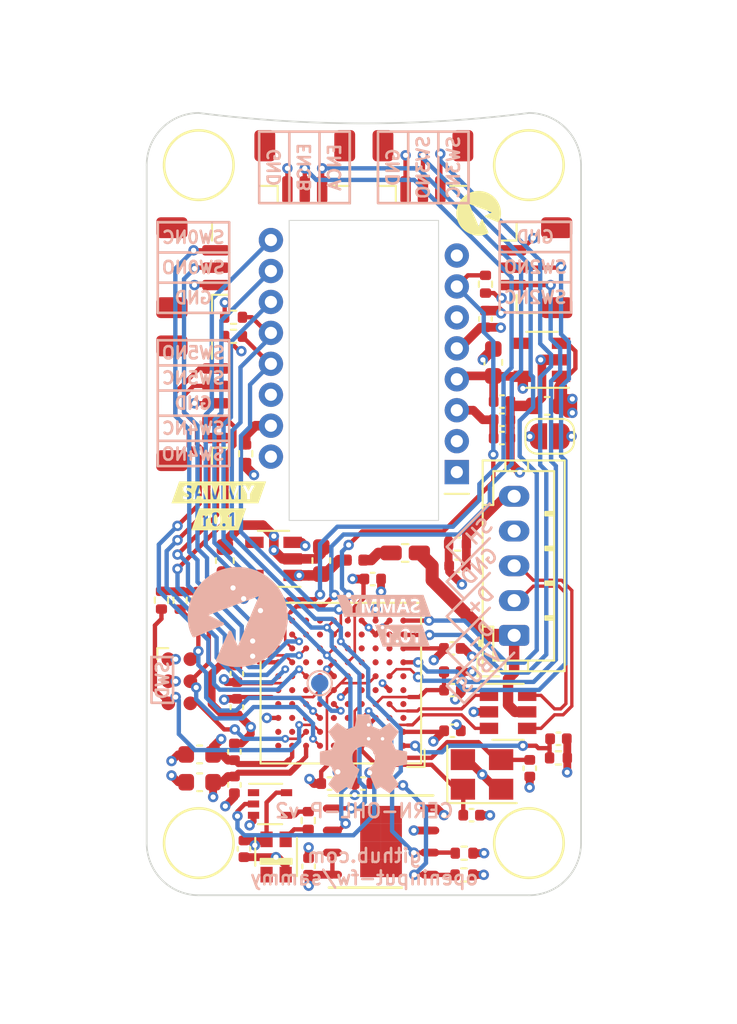
<source format=kicad_pcb>
(kicad_pcb (version 20210424) (generator pcbnew)
  (title_block (title "sammy") (date "2021-04-10") (rev "r0.1") (company "openinput                                        https://github.com/openinput-fw/sammy") (comment 2 "This source describes Open Hardware and is licensed under the CERN-OHL-Pv2") (comment 4 "Copyright (c) Rafael Silva"))
  (layers (0 "F.Cu" signal) (1 "In1.Cu" signal) (2 "In2.Cu" signal) (31 "B.Cu" signal) (34 "B.Paste" user) (35 "F.Paste" user) (36 "B.SilkS" user "B.Silkscreen") (37 "F.SilkS" user "F.Silkscreen") (38 "B.Mask" user) (39 "F.Mask" user) (44 "Edge.Cuts" user))
  (net 0 "")
  (net 1 "GND")
  (net 2 "+3V3")
  (net 3 "+1V8")
  (net 4 "/USB_SH_")
  (net 5 "VDDPLL")
  (net 6 "+5V")
  (net 7 "/HF_XIN")
  (net 8 "/VBG")
  (net 9 "/HF_XOUT")
  (net 10 "Net-(C28-Pad1)")
  (net 11 "/LED_D__")
  (net 12 "/LED_D")
  (net 13 "/VBUS_")
  (net 14 "/VBUS_F_")
  (net 15 "/_USB_D-")
  (net 16 "/_USB_D+")
  (net 17 "/NRST")
  (net 18 "/SWO")
  (net 19 "/SWCLK")
  (net 20 "/SWDIO")
  (net 21 "/M_SW_NO")
  (net 22 "/M_SW_NC")
  (net 23 "/ENC_A")
  (net 24 "/ENC_B")
  (net 25 "/S2_SW_NO")
  (net 26 "/S2_SW_NC")
  (net 27 "/S1_SW_NC")
  (net 28 "/S1_SW_NO")
  (net 29 "/L_SW_NC")
  (net 30 "/L_SW_NO")
  (net 31 "/R_SW_NC")
  (net 32 "/R_SW_NO")
  (net 33 "/~SNSR_CS")
  (net 34 "/LED_P")
  (net 35 "/~MEM_CS")
  (net 39 "/LED_D_")
  (net 40 "/USB_D-")
  (net 41 "/USB_D+")
  (net 42 "/~SNSR_MOTION")
  (net 43 "/MEM_SCK")
  (net 44 "/MEM_MOSI")
  (net 46 "SNSR_PWR")
  (net 47 "/SNSR_MISO")
  (net 64 "/~SNSR_RST")
  (net 70 "Net-(TP1-Pad1)")
  (footprint "Connector_JST:JST_SH_BM03B-SRSS-TB_1x03-1MP_P1.00mm_Vertical" (layer "F.Cu") (at 115.9 33.085)
    (fp_text reference "J7" hide)
    (fp_text value "MSW" hide)
  )
  (footprint "Connector_JST:JST_SH_BM03B-SRSS-TB_1x03-1MP_P1.00mm_Vertical" (layer "F.Cu") (at 102.65 38.9 90)
    (fp_text reference "J5" hide)
    (fp_text value "LSW" hide)
  )
  (footprint "Capacitor_SMD:C_0402_1005Metric" (layer "F.Cu") (at 110.525 68.575)
    (fp_text reference "C9" hide)
    (fp_text value "100nF" hide)
  )
  (footprint "Resistor_SMD:R_0402_1005Metric" (layer "F.Cu") (at 105 41.75)
    (fp_text reference "R10" hide)
    (fp_text value "100k" hide)
  )
  (footprint "Connector_JST:JST_SH_BM05B-SRSS-TB_1x05-1MP_P1.00mm_Vertical" (layer "F.Cu") (at 102.65 46.7 90)
    (fp_text reference "J4" hide)
    (fp_text value "Side" hide)
  )
  (footprint "Capacitor_SMD:C_0402_1005Metric" (layer "F.Cu") (at 105.19 64.18 -90)
    (fp_text reference "C6" hide)
    (fp_text value "100nF" hide)
  )
  (footprint "Connector_JST:JST_PH_B5B-PH-K_1x05_P2.00mm_Vertical" (layer "F.Cu") (at 121.15 60.05 90)
    (fp_text reference "J1" hide)
    (fp_text value "USB" hide)
  )
  (footprint "Capacitor_SMD:C_0402_1005Metric" (layer "F.Cu") (at 112.45 68.575)
    (fp_text reference "C2" hide)
    (fp_text value "100nF" hide)
  )
  (footprint "Package_DFN_QFN:DFN-S-8-1EP_6x5mm_P1.27mm" (layer "F.Cu") (at 113.49 71.91 180)
    (fp_text reference "U6" hide)
    (fp_text value "25LCxxx" hide)
  )
  (footprint "Resistor_SMD:R_0402_1005Metric" (layer "F.Cu") (at 119.5 39.85 -90)
    (fp_text reference "R9" hide)
    (fp_text value "100k" hide)
  )
  (footprint "Jumper:SolderJumper-2_P1.3mm_Open_RoundedPad1.0x1.5mm" (layer "F.Cu") (at 123.2 48.6 180)
    (fp_text reference "JP1" hide)
    (fp_text value "Bypass" hide)
  )
  (footprint "Resistor_SMD:R_0402_1005Metric" (layer "F.Cu") (at 100.85 58.025 90)
    (fp_text reference "R7" hide)
    (fp_text value "100k" hide)
  )
  (footprint "Capacitor_SMD:C_0603_1608Metric" (layer "F.Cu") (at 103.05 66.9 180)
    (fp_text reference "C22" hide)
    (fp_text value "1uF" hide)
  )
  (footprint "Capacitor_SMD:C_0603_1608Metric" (layer "F.Cu") (at 123.05 46.85 180)
    (fp_text reference "C17" hide)
    (fp_text value "1uF" hide)
  )
  (footprint "Resistor_SMD:R_0402_1005Metric" (layer "F.Cu") (at 118.26 73.83)
    (fp_text reference "R12" hide)
    (fp_text value "100k" hide)
  )
  (footprint "mounting:MountingHole_1.6mm_M1.4" (layer "F.Cu") (at 122 72)
    (fp_text reference "REF**" hide)
    (fp_text value "MountingHole_1.6mm_M1.4" hide)
  )
  (footprint "Resistor_SMD:R_0402_1005Metric" (layer "F.Cu") (at 118.27 72.58 180)
    (fp_text reference "R13" hide)
    (fp_text value "100k" hide)
  )
  (footprint "Capacitor_SMD:C_0402_1005Metric" (layer "F.Cu") (at 117.6 63.2)
    (fp_text reference "C11" hide)
    (fp_text value "100nF" hide)
  )
  (footprint "Capacitor_SMD:C_0402_1005Metric" (layer "F.Cu") (at 105.19 62.26 90)
    (fp_text reference "C12" hide)
    (fp_text value "100nF" hide)
  )
  (footprint "Capacitor_SMD:C_0402_1005Metric" (layer "F.Cu") (at 117.59 60.8)
    (fp_text reference "C14" hide)
    (fp_text value "100nF" hide)
  )
  (footprint "Inductor_SMD:L_0402_1005Metric" (layer "F.Cu") (at 111.995 55.72 180)
    (fp_text reference "FB2" hide)
    (fp_text value "~" hide)
  )
  (footprint "Package_TO_SOT_SMD:SOT-353_SC-70-5" (layer "F.Cu") (at 107.1 69.75)
    (fp_text reference "U7" hide)
    (fp_text value "74LVC1G17" hide)
  )
  (footprint "Connector_JST:JST_SH_BM03B-SRSS-TB_1x03-1MP_P1.00mm_Vertical" (layer "F.Cu") (at 109.1 33.085)
    (fp_text reference "J3" hide)
    (fp_text value "Enc" hide)
  )
  (footprint "Capacitor_SMD:C_0603_1608Metric" (layer "F.Cu") (at 103.05 68.5 180)
    (fp_text reference "C19" hide)
    (fp_text value "4.7uF" hide)
  )
  (footprint "Connector:Tag-Connect_TC2030-IDC-NL_2x03_P1.27mm_Vertical" (layer "F.Cu") (at 101.88 62.69 -90)
    (fp_text reference "J2" hide)
    (fp_text value "SWD" hide)
  )
  (footprint "Capacitor_SMD:C_0603_1608Metric" (layer "F.Cu") (at 110.05 55.750001 90)
    (fp_text reference "C16" hide)
    (fp_text value "1uF" hide)
  )
  (footprint "Capacitor_SMD:C_0603_1608Metric" (layer "F.Cu") (at 119.95 44.35 90)
    (fp_text reference "C24" hide)
    (fp_text value "1uF" hide)
  )
  (footprint "Capacitor_SMD:C_0402_1005Metric" (layer "F.Cu") (at 120.45 47.65)
    (fp_text reference "C28" hide)
    (fp_text value "100nF" hide)
  )
  (footprint "Resistor_SMD:R_0402_1005Metric" (layer "F.Cu") (at 123.7 67.1 180)
    (fp_text reference "R4" hide)
    (fp_text value "5.62k" hide)
  )
  (footprint "Capacitor_SMD:C_0402_1005Metric" (layer "F.Cu") (at 123.7 66)
    (fp_text reference "C26" hide)
    (fp_text value "10pF" hide)
  )
  (footprint "Capacitor_SMD:C_0402_1005Metric" (layer "F.Cu") (at 105.6 72.33 -90)
    (fp_text reference "C1" hide)
    (fp_text value "100nF" hide)
  )
  (footprint "svg2mod" (layer "F.Cu") (at 104.15 51.825)
    (fp_text reference "svg2mod" hide)
    (fp_text value "G***" hide)
  )
  (footprint "Capacitor_SMD:C_0402_1005Metric" (layer "F.Cu") (at 120.45 46.6)
    (fp_text reference "C7" hide)
    (fp_text value "100nF" hide)
  )
  (footprint "Resistor_SMD:R_0402_1005Metric" (layer "F.Cu") (at 101.925 58.035 90)
    (fp_text reference "R5" hide)
    (fp_text value "100k" hide)
  )
  (footprint "Package_TO_SOT_SMD:SOT-23-6" (layer "F.Cu") (at 120.8 64.45)
    (fp_text reference "U1" hide)
    (fp_text value "USBLC6-2SC6" hide)
  )
  (footprint "Capacitor_SMD:C_0402_1005Metric" (layer "F.Cu") (at 119.5 41.85 90)
    (fp_text reference "C3" hide)
    (fp_text value "100nF" hide)
  )
  (footprint "Fuse:Fuse_0603_1608Metric_Castellated" (layer "F.Cu") (at 114.88 55.31)
    (fp_text reference "F1" hide)
    (fp_text value "500mA" hide)
  )
  (footprint "Capacitor_SMD:C_0402_1005Metric" (layer "F.Cu") (at 118.7 70.393124)
    (fp_text reference "C25" hide)
    (fp_text value "12pF" hide)
  )
  (footprint "Inductor_SMD:L_0402_1005Metric" (layer "F.Cu") (at 117.6 62.15)
    (fp_text reference "FB1" hide)
    (fp_text value "470R" hide)
  )
  (footprint "Capacitor_SMD:C_0402_1005Metric" (layer "F.Cu") (at 113.01 56.81)
    (fp_text reference "C15" hide)
    (fp_text value "100nF" hide)
  )
  (footprint "mounting:MountingHole_1.6mm_M1.4" (layer "F.Cu") (at 103 33)
    (fp_text reference "REF**" hide)
    (fp_text value "MountingHole_1.6mm_M1.4" hide)
  )
  (footprint "Crystal:Crystal_SMD_3225-4Pin_3.2x2.5mm" (layer "F.Cu") (at 119.3 68.05)
    (fp_text reference "Y1" hide)
    (fp_text value "12MHz" hide)
  )
  (footprint "svg2mod" (layer "F.Cu") (at 104.15 53.375)
    (fp_text reference "svg2mod" hide)
    (fp_text value "G***" hide)
  )
  (footprint "Resistor_SMD:R_0402_1005Metric" (layer "F.Cu") (at 109.3 70.7 -90)
    (fp_text reference "R14" hide)
    (fp_text value "100" hide)
  )
  (footprint "Package_BGA:TFBGA-100_9.0x9.0mm_Layout10x10_P0.8mm" (layer "F.Cu") (at 111.175 62.8 180)
    (fp_text reference "U4" hide)
    (fp_text value "ATSAM3U2C" hide)
  )
  (footprint "Capacitor_SMD:C_0402_1005Metric" (layer "F.Cu") (at 109.32 73.34 90)
    (fp_text reference "C4" hide)
    (fp_text value "100nF" hide)
  )
  (footprint "Capacitor_SMD:C_0402_1005Metric" (layer "F.Cu") (at 105.05 68.65 -90)
    (fp_text reference "C18" hide)
    (fp_text value "100nF" hide)
  )
  (footprint "Capacitor_SMD:C_0402_1005Metric" (layer "F.Cu") (at 117.6 65.54)
    (fp_text reference "C8" hide)
    (fp_text value "100nF" hide)
  )
  (footprint "Sensor_Tracking:PMW3360" (layer "F.Cu") (at 117.85 50.66 180)
    (fp_text reference "U5" hide)
    (fp_text value "PMW3360DM-T2QU" hide)
    (fp_line (start 1.05 -2.78) (end 9.65 -2.78) (layer "Edge.Cuts") (width 0.05))
    (fp_line (start 1.05 14.48) (end 9.65 14.48) (layer "Edge.Cuts") (width 0.05))
    (fp_line (start 9.65 -2.78) (end 9.65 14.48) (layer "Edge.Cuts") (width 0.05))
    (fp_line (start 1.05 14.48) (end 1.05 -2.78) (layer "Edge.Cuts") (width 0.05))
  )
  (footprint "Connector_JST:JST_SH_BM03B-SRSS-TB_1x03-1MP_P1.00mm_Vertical" (layer "F.Cu") (at 122.4 38.9 -90)
    (fp_text reference "J6" hide)
    (fp_text value "RSW" hide)
  )
  (footprint "Resistor_SMD:R_0402_1005Metric" (layer "F.Cu") (at 117.89 54.800001 180)
    (fp_text reference "R1" hide)
    (fp_text value "100k" hide)
  )
  (footprint "Resistor_SMD:R_0402_1005Metric" (layer "F.Cu") (at 102.995 58.035 90)
    (fp_text reference "R6" hide)
    (fp_text value "100k" hide)
  )
  (footprint "Capacitor_SMD:C_0603_1608Metric" (layer "F.Cu") (at 104.5 55.750001 90)
    (fp_text reference "C23" hide)
    (fp_text value "1uF" hide)
  )
  (footprint "Resistor_SMD:R_0402_1005Metric" (layer "F.Cu") (at 105 42.85 180)
    (fp_text reference "R8" hide)
    (fp_text value "100k" hide)
  )
  (footprint "Capacitor_SMD:C_0402_1005Metric" (layer "F.Cu") (at 122.05 67.693124 -90)
    (fp_text reference "C27" hide)
    (fp_text value "12pF" hide)
  )
  (footprint "Capacitor_SMD:C_0402_1005Metric" (layer "F.Cu") (at 105.05 66.75 90)
    (fp_text reference "C21" hide)
    (fp_text value "100nF" hide)
  )
  (footprint "Package_TO_SOT_SMD:SOT-23-5" (layer "F.Cu") (at 107.3 55.65 180)
    (fp_text reference "U2" hide)
    (fp_text value "MIC5504-3.3YM5" hide)
  )
  (footprint "led:ws2812-2020" (layer "F.Cu") (at 107.45 72.8 90)
    (fp_text reference "D1" hide)
    (fp_text value "~" hide)
  )
  (footprint "mounting:MountingHole_1.6mm_M1.4" (layer "F.Cu") (at 122 33)
    (fp_text reference "REF**" hide)
    (fp_text value "MountingHole_1.6mm_M1.4" hide)
  )
  (footprint "Resistor_SMD:R_0402_1005Metric" (layer "F.Cu") (at 105.7 49.6 -90)
    (fp_text reference "R11" hide)
    (fp_text value "2.2R" hide)
  )
  (footprint "Capacitor_SMD:C_0402_1005Metric" (layer "F.Cu") (at 117.889999 56.05 180)
    (fp_text reference "C10" hide)
    (fp_text value "100nF" hide)
  )
  (footprint "Capacitor_SMD:C_0402_1005Metric" (layer "F.Cu") (at 120.45 48.7)
    (fp_text reference "C29" hide)
    (fp_text value "4.7nF" hide)
  )
  (footprint "mounting:MountingHole_1.6mm_M1.4" (layer "F.Cu") (at 103 72)
    (fp_text reference "REF**" hide)
    (fp_text value "MountingHole_1.6mm_M1.4" hide)
  )
  (footprint "Package_TO_SOT_SMD:SOT-23-5" (layer "F.Cu") (at 122.75 44.2 180)
    (fp_text reference "U3" hide)
    (fp_text value "MIC5504-1.8YM5" hide)
  )
  (footprint "TestPoint:TestPoint_Pad_D1.0mm" (layer "B.Cu") (at 109.96 62.8 180)
    (fp_text reference "TP1" hide)
    (fp_text value "~" hide)
  )
  (footprint "svg2mod" (layer "B.Cu") (at 113.65 58.35 180)
    (fp_text reference "svg2mod" hide)
    (fp_text value "G***" hide)
  )
  (footprint "svg2mod" (layer "B.Cu") (at 114.72 60.07 180)
    (fp_text reference "svg2mod" hide)
    (fp_text value "G***" hide)
  )
  (gr_line (start 117.27859 62.956765) (end 119.743108 60.466459) (layer "B.SilkS") (width 0.15))
  (gr_poly (pts (xy 118.525 35.185) (xy 118.525 31.075) (xy 113.314999 31.075) (xy 113.315 35.185)) (layer "B.SilkS") (width 0.15) (fill none))
  (gr_line (start 104.75 36.2886) (end 100.64 36.2886) (layer "B.SilkS") (width 0.15))
  (gr_line (start 117.27859 56.956765) (end 118.275 57.95) (layer "B.SilkS") (width 0.15))
  (gr_line (start 116.788333 35.185) (end 116.788333 31.075) (layer "B.SilkS") (width 0.15))
  (gr_poly (pts (xy 124.425 36.265) (xy 120.315 36.265) (xy 120.315 41.475) (xy 124.425 41.475)) (layer "B.SilkS") (width 0.15) (fill none))
  (gr_line (start 104.75 45.9682) (end 100.64 45.9682) (layer "B.SilkS") (width 0.15))
  (gr_line (start 124.425 39.738334) (end 120.315 39.738334) (layer "B.SilkS") (width 0.15))
  (gr_line (start 104.75 47.4148) (end 100.64 47.4148) (layer "B.SilkS") (width 0.15))
  (gr_line (start 117.27859 58.956765) (end 119.743108 56.466459) (layer "B.SilkS") (width 0.15))
  (gr_line (start 104.75 48.8614) (end 100.64 48.8614) (layer "B.SilkS") (width 0.15))
  (gr_line (start 104.75 39.761934) (end 100.64 39.761934) (layer "B.SilkS") (width 0.15))
  (gr_poly (pts (xy 104.354261 59.387667) (xy 103.740932 59.082933) (xy 103.543914 58.984445) (xy 103.321775 58.87122) (xy 106.626978 57.632929) (xy 106.10839 58.858749) (xy 105.658487 59.928695) (xy 105.257806 60.892374) (xy 105.186657 60.74498) (xy 105.123321 60.610694) (xy 105.012266 60.366458) (xy 104.908995 60.129697) (xy 104.79786 59.870444) (xy 104.078721 61.484423) (xy 104.153884 61.527997) (xy 104.23238 61.568257) (xy 104.398599 61.638643) (xy 104.575833 61.695196) (xy 104.762537 61.737527) (xy 104.957169 61.76525) (xy 105.158183 61.777978) (xy 105.364035 61.775325) (xy 105.573182 61.756902) (xy 105.78408 61.722323) (xy 105.995184 61.671202) (xy 106.204951 61.60315) (xy 106.30885 61.562655) (xy 106.411835 61.517782) (xy 106.513715 61.468483) (xy 106.614294 61.414709) (xy 106.713382 61.356413) (xy 106.810784 61.293546) (xy 106.906307 61.226059) (xy 106.999759 61.153905) (xy 107.090946 61.077034) (xy 107.179676 60.995399) (xy 107.280123 60.893897) (xy 107.374338 60.788614) (xy 107.46231 60.679792) (xy 107.544032 60.567674) (xy 107.619494 60.452501) (xy 107.688687 60.334516) (xy 107.751601 60.213961) (xy 107.808229 60.091077) (xy 107.858561 59.966108) (xy 107.902587 59.839294) (xy 107.940299 59.710879) (xy 107.971687 59.581104) (xy 107.996743 59.450212) (xy 108.015458 59.318445) (xy 108.027822 59.186044) (xy 108.033826 59.053252) (xy 108.033462 58.920311) (xy 108.02672 58.787464) (xy 108.013591 58.654951) (xy 107.994066 58.523017) (xy 107.968136 58.391901) (xy 107.935792 58.261847) (xy 107.897025 58.133098) (xy 107.851826 58.005894) (xy 107.800186 57.880478) (xy 107.742095 57.757092) (xy 107.677545 57.635979) (xy 107.606527 57.51738) (xy 107.529031 57.401537) (xy 107.445048 57.288694) (xy 107.35457 57.179091) (xy 107.257587 57.072971) (xy 107.155359 56.971813) (xy 107.049317 56.876938) (xy 106.939708 56.788351) (xy 106.826781 56.70606) (xy 106.710782 56.630069) (xy 106.591959 56.560384) (xy 106.470559 56.497011) (xy 106.34683 56.439956) (xy 106.221018 56.389224) (xy 106.093371 56.344821) (xy 105.964136 56.306754) (xy 105.833561 56.275027) (xy 105.701893 56.249647) (xy 105.569379 56.230619) (xy 105.436266 56.21795) (xy 105.302803 56.211644) (xy 105.169236 56.211708) (xy 105.035812 56.218147) (xy 104.902779 56.230968) (xy 104.770384 56.250175) (xy 104.638874 56.275775) (xy 104.508498 56.307774) (xy 104.379501 56.346177) (xy 104.252132 56.39099) (xy 104.126637 56.442218) (xy 104.003265 56.499869) (xy 103.882261 56.563946) (xy 103.763875 56.634457) (xy 103.648352 56.711407) (xy 103.535941 56.794801) (xy 103.426888 56.884646) (xy 103.321441 56.980947) (xy 103.235046 57.067587) (xy 103.153424 57.156705) (xy 103.076533 57.248118) (xy 103.004331 57.341641) (xy 102.936775 57.437091) (xy 102.873822 57.534284) (xy 102.81543 57.633036) (xy 102.761557 57.733163) (xy 102.667196 57.936808) (xy 102.590399 58.143747) (xy 102.530827 58.352509) (xy 102.488139 58.561624) (xy 102.461997 58.769621) (xy 102.452059 58.975028) (xy 102.457987 59.176376) (xy 102.47944 59.372192) (xy 102.516079 59.561006) (xy 102.567563 59.741348) (xy 102.633554 59.911745) (xy 102.71371 60.070728) (xy 104.354261 59.387667)) (layer "B.SilkS") (width 0.189776) (fill solid))
  (gr_line (start 115.051666 35.185) (end 115.051666 31.075) (layer "B.SilkS") (width 0.15))
  (gr_poly (pts (xy 111.685 35.185) (xy 111.685 31.075) (xy 106.475 31.075) (xy 106.475 35.185)) (layer "B.SilkS") (width 0.15) (fill none))
  (gr_poly (pts (xy 112.793552 64.625371) (xy 112.794964 64.625406) (xy 112.796371 64.625511) (xy 112.797772 64.625683) (xy 112.799164 64.625921) (xy 112.800545 64.626224) (xy 112.801913 64.626588) (xy 112.803266 64.627014) (xy 112.804602 64.627499) (xy 112.805919 64.62804) (xy 112.807214 64.628638) (xy 112.809732 64.629993) (xy 112.81214 64.631549) (xy 112.814419 64.633293) (xy 112.816555 64.635212) (xy 112.818528 64.63729) (xy 112.820324 64.639515) (xy 112.821149 64.640679) (xy 112.821924 64.641873) (xy 112.822645 64.643098) (xy 112.823312 64.64435) (xy 112.823921 64.645629) (xy 112.824471 64.646932) (xy 112.82496 64.648258) (xy 112.825385 64.649605) (xy 112.825744 64.650972) (xy 112.826036 64.652356) (xy 112.943238 65.282209) (xy 112.943893 65.285005) (xy 112.944793 65.287809) (xy 112.945922 65.290604) (xy 112.947265 65.293371) (xy 112.948806 65.296092) (xy 112.950528 65.298749) (xy 112.952418 65.301324) (xy 112.954458 65.303799) (xy 112.956634 65.306155) (xy 112.95893 65.308375) (xy 112.96133 65.310439) (xy 112.963819 65.312331) (xy 112.96638 65.314031) (xy 112.968999 65.315523) (xy 112.97166 65.316786) (xy 112.974347 65.317804) (xy 113.396492 65.490641) (xy 113.399121 65.491796) (xy 113.401908 65.49276) (xy 113.404829 65.493536) (xy 113.407859 65.494126) (xy 113.410974 65.49453) (xy 113.414149 65.494751) (xy 113.417359 65.494791) (xy 113.42058 65.49465) (xy 113.423788 65.494331) (xy 113.426958 65.493835) (xy 113.430065 65.493164) (xy 113.433085 65.49232) (xy 113.435994 65.491303) (xy 113.438767 65.490117) (xy 113.441379 65.488762) (xy 113.443807 65.487241) (xy 113.969986 65.126157) (xy 113.971175 65.125385) (xy 113.972399 65.124673) (xy 113.973656 65.124021) (xy 113.974942 65.123429) (xy 113.976256 65.122896) (xy 113.977594 65.122423) (xy 113.980332 65.121652) (xy 113.983135 65.121115) (xy 113.985982 65.12081) (xy 113.988851 65.120735) (xy 113.99172 65.120887) (xy 113.994568 65.121265) (xy 113.997373 65.121867) (xy 114.000114 65.12269) (xy 114.002768 65.123734) (xy 114.005315 65.124995) (xy 114.006541 65.125706) (xy 114.007732 65.126471) (xy 114.008886 65.12729) (xy 114.009999 65.128162) (xy 114.011068 65.129086) (xy 114.012092 65.130064) (xy 114.455218 65.573189) (xy 114.456192 65.574216) (xy 114.457114 65.575288) (xy 114.457983 65.576403) (xy 114.4588 65.577558) (xy 114.459563 65.57875) (xy 114.460273 65.579977) (xy 114.46093 65.581235) (xy 114.461532 65.582523) (xy 114.462081 65.583837) (xy 114.462575 65.585175) (xy 114.463398 65.587911) (xy 114.464001 65.590711) (xy 114.464381 65.593553) (xy 114.464535 65.596415) (xy 114.464462 65.599276) (xy 114.464159 65.602115) (xy 114.463921 65.603519) (xy 114.463624 65.60491) (xy 114.463269 65.606284) (xy 114.462856 65.607639) (xy 114.462383 65.608973) (xy 114.461851 65.610282) (xy 114.461259 65.611565) (xy 114.460608 65.612817) (xy 114.459896 65.614037) (xy 114.459125 65.615223) (xy 114.104262 66.132359) (xy 114.10275 66.134803) (xy 114.101408 66.137426) (xy 114.100238 66.140202) (xy 114.099242 66.143109) (xy 114.098421 66.146122) (xy 114.097776 66.149218) (xy 114.09731 66.152372) (xy 114.097023 66.155561) (xy 114.096917 66.15876) (xy 114.096994 66.161947) (xy 114.097254 66.165097) (xy 114.0977 66.168186) (xy 114.098333 66.17119) (xy 114.099155 66.174086) (xy 114.100166 66.17685) (xy 114.101369 66.179457) (xy 114.288096 66.614913) (xy 114.288594 66.616253) (xy 114.289155 66.617588) (xy 114.290459 66.620238) (xy 114.291988 66.622849) (xy 114.293726 66.625404) (xy 114.295653 66.627888) (xy 114.297751 66.630285) (xy 114.300002 66.632578) (xy 114.302388 66.634752) (xy 114.30489 66.636791) (xy 114.30749 66.638679) (xy 114.31017 66.640401) (xy 114.312911 66.64194) (xy 114.315696 66.64328) (xy 114.318505 66.644406) (xy 114.319913 66.644883) (xy 114.321321 66.645301) (xy 114.322726 66.645658) (xy 114.324125 66.645951) (xy 114.932997 66.759173) (xy 114.934385 66.759471) (xy 114.935754 66.759836) (xy 114.937104 66.760266) (xy 114.938432 66.760758) (xy 114.939737 66.76131) (xy 114.941017 66.761922) (xy 114.942271 66.762589) (xy 114.943496 66.763311) (xy 114.944691 66.764086) (xy 114.945855 66.764911) (xy 114.946985 66.765784) (xy 114.94808 66.766704) (xy 114.949138 66.767668) (xy 114.950157 66.768673) (xy 114.951137 66.76972) (xy 114.952074 66.770804) (xy 114.952968 66.771924) (xy 114.953817 66.773078) (xy 114.954618 66.774264) (xy 114.955371 66.77548) (xy 114.956073 66.776724) (xy 114.956723 66.777993) (xy 114.95732 66.779287) (xy 114.95786 66.780602) (xy 114.958344 66.781936) (xy 114.958769 66.783289) (xy 114.959133 66.784657) (xy 114.959434 66.786038) (xy 114.959672 66.787431) (xy 114.959843 66.788833) (xy 114.959948 66.790243) (xy 114.959983 66.791657) (xy 114.959983 67.418399) (xy 114.959948 67.419815) (xy 114.959843 67.421226) (xy 114.959671 67.422631) (xy 114.959433 67.424027) (xy 114.95913 67.425412) (xy 114.958765 67.426784) (xy 114.95834 67.428142) (xy 114.957855 67.429482) (xy 114.956716 67.432103) (xy 114.955361 67.434629) (xy 114.953805 67.437044) (xy 114.95206 67.439331) (xy 114.950142 67.441472) (xy 114.948063 67.443451) (xy 114.945838 67.445251) (xy 114.944675 67.446078) (xy 114.94348 67.446853) (xy 114.942256 67.447575) (xy 114.941004 67.448242) (xy 114.939725 67.448851) (xy 114.938422 67.4494) (xy 114.937096 67.449887) (xy 114.935748 67.45031) (xy 114.934382 67.450667) (xy 114.932997 67.450955) (xy 114.339028 67.561429) (xy 114.337633 67.561716) (xy 114.336234 67.562068) (xy 114.333432 67.562958) (xy 114.330642 67.564083) (xy 114.327881 67.565427) (xy 114.325168 67.566974) (xy 114.322522 67.568707) (xy 114.31996 67.57061) (xy 114.3175 67.572667) (xy 114.315162 67.57486) (xy 114.312963 67.577175) (xy 114.310922 67.579594) (xy 114.309057 67.582101) (xy 114.307387 67.58468) (xy 114.305928 67.587314) (xy 114.304701 67.589987) (xy 114.30418 67.591333) (xy 114.303723 67.592683) (xy 114.118298 68.055921) (xy 114.117151 68.058556) (xy 114.116194 68.061347) (xy 114.115426 68.064269) (xy 114.114846 68.067299) (xy 114.114451 68.070412) (xy 114.11424 68.073584) (xy 114.11421 68.076791) (xy 114.114361 68.080009) (xy 114.11469 68.083214) (xy 114.115196 68.08638) (xy 114.115877 68.089485) (xy 114.116731 68.092504) (xy 114.117756 68.095413) (xy 114.118951 68.098187) (xy 114.120314 68.100803) (xy 114.121843 68.103236) (xy 114.459197 68.594906) (xy 114.459966 68.596092) (xy 114.460674 68.597313) (xy 114.461323 68.598566) (xy 114.461913 68.59985) (xy 114.462443 68.601161) (xy 114.462914 68.602497) (xy 114.463681 68.605231) (xy 114.464215 68.608031) (xy 114.464518 68.610876) (xy 114.464592 68.613743) (xy 114.464439 68.616612) (xy 114.464061 68.619461) (xy 114.463461 68.622267) (xy 114.46264 68.62501) (xy 114.461599 68.627667) (xy 114.460342 68.630218) (xy 114.459633 68.631446) (xy 114.45887 68.63264) (xy 114.458055 68.633796) (xy 114.457186 68.634912) (xy 114.456264 68.635985) (xy 114.45529 68.637012) (xy 114.012092 69.080138) (xy 114.011068 69.081108) (xy 114.009999 69.082027) (xy 114.008886 69.082893) (xy 114.007732 69.083706) (xy 114.006541 69.084466) (xy 114.005315 69.085173) (xy 114.004056 69.085826) (xy 114.002768 69.086426) (xy 114.001453 69.086972) (xy 114.000114 69.087463) (xy 113.997373 69.088282) (xy 113.994568 69.088882) (xy 113.99172 69.089259) (xy 113.988851 69.089412) (xy 113.985982 69.089339) (xy 113.983135 69.089038) (xy 113.981727 69.088802) (xy 113.980332 69.088508) (xy 113.978953 69.088155) (xy 113.977594 69.087745) (xy 113.976256 69.087276) (xy 113.974942 69.086748) (xy 113.973656 69.086161) (xy 113.972399 69.085515) (xy 113.971175 69.08481) (xy 113.969986 69.084045) (xy 113.48707 68.75255) (xy 113.484642 68.751045) (xy 113.482041 68.749725) (xy 113.47929 68.748589) (xy 113.476413 68.74764) (xy 113.473435 68.746877) (xy 113.470379 68.746301) (xy 113.467268 68.745912) (xy 113.464128 68.745712) (xy 113.46098 68.745701) (xy 113.45785 68.745879) (xy 113.454762 68.746247) (xy 113.451738 68.746806) (xy 113.448803 68.747556) (xy 113.44598 68.748497) (xy 113.443294 68.749632) (xy 113.440768 68.750959) (xy 113.227779 68.864688) (xy 113.226508 68.865297) (xy 113.225227 68.865832) (xy 113.223937 68.866293) (xy 113.22264 68.866683) (xy 113.221339 68.867001) (xy 113.220035 68.867248) (xy 113.218732 68.867426) (xy 113.217432 68.867535) (xy 113.216136 68.867577) (xy 113.214846 68.867551) (xy 113.213566 68.867458) (xy 113.212298 68.867301) (xy 113.211043 68.867079) (xy 113.209803 68.866793) (xy 113.208582 68.866445) (xy 113.207381 68.866034) (xy 113.206203 68.865562) (xy 113.20505 68.865031) (xy 113.203923 68.864439) (xy 113.202826 68.86379) (xy 113.201761 68.863082) (xy 113.200729 68.862318) (xy 113.199733 68.861498) (xy 113.198776 68.860622) (xy 113.197859 68.859693) (xy 113.196984 68.85871) (xy 113.196155 68.857674) (xy 113.195373 68.856587) (xy 113.194641 68.855449) (xy 113.19396 68.854261) (xy 113.193333 68.853024) (xy 113.192763 68.851739) (xy 112.753544 67.790625) (xy 112.753033 67.789305) (xy 112.752589 67.787964) (xy 112.752213 67.786606) (xy 112.751902 67.785232) (xy 112.751656 67.783846) (xy 112.751475 67.78245) (xy 112.751301 67.779637) (xy 112.751374 67.776814) (xy 112.751687 67.774001) (xy 112.752233 67.771219) (xy 112.753004 67.768487) (xy 112.753995 67.765827) (xy 112.755198 67.763258) (xy 112.756607 67.760802) (xy 112.758215 67.758477) (xy 112.760014 67.756305) (xy 112.760983 67.755282) (xy 112.761998 67.754305) (xy 112.763057 67.753377) (xy 112.76416 67.752499) (xy 112.765306 67.751675) (xy 112.766494 67.750906) (xy 112.819741 67.718278) (xy 112.823589 67.715834) (xy 112.827692 67.713044) (xy 112.831975 67.709969) (xy 112.836362 67.70667) (xy 112.840779 67.703207) (xy 112.845151 67.699642) (xy 112.849401 67.696036) (xy 112.853455 67.69245) (xy 112.888736 67.668298) (xy 112.922409 67.642075) (xy 112.954383 67.613874) (xy 112.984564 67.583785) (xy 113.012861 67.5519) (xy 113.039181 67.51831) (xy 113.063432 67.483105) (xy 113.085522 67.446378) (xy 113.105359 67.408219) (xy 113.114404 67.388631) (xy 113.12285 67.36872) (xy 113.130687 67.348496) (xy 113.137904 67.327971) (xy 113.144487 67.307157) (xy 113.150427 67.286064) (xy 113.155711 67.264705) (xy 113.160328 67.243091) (xy 113.164266 67.221233) (xy 113.167514 67.199142) (xy 113.17006 67.17683) (xy 113.171893 67.154308) (xy 113.173002 67.131589) (xy 113.173374 67.108682) (xy 113.172472 67.073014) (xy 113.169794 67.037814) (xy 113.165386 67.003126) (xy 113.159289 66.968993) (xy 113.151548 66.935459) (xy 113.142206 66.902567) (xy 113.131306 66.87036) (xy 113.118894 66.838884) (xy 113.105011 66.80818) (xy 113.089701 66.778292) (xy 113.073009 66.749265) (xy 113.054978 66.721141) (xy 113.03565 66.693965) (xy 113.015071 66.667779) (xy 112.993283 66.642628) (xy 112.97033 66.618555) (xy 112.946256 66.595603) (xy 112.921104 66.573816) (xy 112.894918 66.553238) (xy 112.867741 66.533911) (xy 112.839617 66.515881) (xy 112.81059 66.49919) (xy 112.780703 66.483882) (xy 112.75 66.47) (xy 112.718524 66.457588) (xy 112.686318 66.44669) (xy 112.653428 66.437349) (xy 112.619895 66.429609) (xy 112.585764 66.423512) (xy 112.551078 66.419104) (xy 112.515882 66.416427) (xy 112.480217 66.415525) (xy 112.444553 66.416427) (xy 112.409357 66.419104) (xy 112.374674 66.423512) (xy 112.340545 66.429609) (xy 112.307016 66.437349) (xy 112.274129 66.44669) (xy 112.241928 66.457588) (xy 112.210457 66.47) (xy 112.179759 66.483882) (xy 112.149877 66.49919) (xy 112.120856 66.515881) (xy 112.092739 66.533911) (xy 112.065568 66.553238) (xy 112.039389 66.573816) (xy 112.014243 66.595603) (xy 111.990176 66.618555) (xy 111.96723 66.642628) (xy 111.945449 66.667779) (xy 111.924876 66.693965) (xy 111.905555 66.721141) (xy 111.88753 66.749265) (xy 111.870844 66.778292) (xy 111.85554 66.80818) (xy 111.841662 66.838884) (xy 111.829255 66.87036) (xy 111.81836 66.902567) (xy 111.809022 66.935459) (xy 111.801284 66.968993) (xy 111.79519 67.003126) (xy 111.790783 67.037814) (xy 111.788107 67.073014) (xy 111.787205 67.108682) (xy 111.788684 67.154308) (xy 111.79306 67.199142) (xy 111.800241 67.243091) (xy 111.810135 67.286064) (xy 111.822651 67.327971) (xy 111.837696 67.36872) (xy 111.855178 67.408219) (xy 111.875006 67.446378) (xy 111.897088 67.483105) (xy 111.921332 67.51831) (xy 111.947646 67.5519) (xy 111.975938 67.583785) (xy 112.006117 67.613874) (xy 112.03809 67.642075) (xy 112.071765 67.668298) (xy 112.107051 67.69245) (xy 112.111083 67.696036) (xy 112.115319 67.699642) (xy 112.119681 67.703207) (xy 112.124094 67.70667) (xy 112.128479 67.709969) (xy 112.132758 67.713044) (xy 112.136855 67.715834) (xy 112.140692 67.718278) (xy 112.194012 67.750906) (xy 112.195193 67.751675) (xy 112.196332 67.752499) (xy 112.197429 67.753377) (xy 112.198482 67.754305) (xy 112.199491 67.755282) (xy 112.200455 67.756305) (xy 112.201373 67.75737) (xy 112.202244 67.758477) (xy 112.203067 67.759621) (xy 112.203842 67.760802) (xy 112.204568 67.762015) (xy 112.205243 67.763258) (xy 112.205867 67.76453) (xy 112.206439 67.765827) (xy 112.206959 67.767147) (xy 112.207424 67.768487) (xy 112.207836 67.769845) (xy 112.208192 67.771219) (xy 112.208492 67.772605) (xy 112.208734 67.774001) (xy 112.208919 67.775405) (xy 112.209045 67.776814) (xy 112.209112 67.778225) (xy 112.209118 67.779637) (xy 112.209063 67.781046) (xy 112.208946 67.78245) (xy 112.208766 67.783846) (xy 112.208522 67.785232) (xy 112.208213 67.786606) (xy 112.207839 67.787964) (xy 112.207398 67.789305) (xy 112.20689 67.790625) (xy 111.767744 68.851811) (xy 111.767173 68.853096) (xy 111.766547 68.854332) (xy 111.765866 68.855518) (xy 111.765134 68.856655) (xy 111.764353 68.857739) (xy 111.763525 68.858772) (xy 111.762652 68.859752) (xy 111.761736 68.860678) (xy 111.76078 68.86155) (xy 111.759785 68.862366) (xy 111.758754 68.863126) (xy 111.75769 68.863829) (xy 111.756594 68.864475) (xy 111.755469 68.865061) (xy 111.754316 68.865589) (xy 111.753139 68.866056) (xy 111.751939 68.866463) (xy 111.750718 68.866807) (xy 111.74948 68.867089) (xy 111.748225 68.867308) (xy 111.746957 68.867462) (xy 111.745676 68.867551) (xy 111.744387 68.867574) (xy 111.74309 68.867531) (xy 111.741789 68.86742) (xy 111.740485 68.867241) (xy 111.73918 68.866993) (xy 111.737877 68.866675) (xy 111.736578 68.866287) (xy 111.735286 68.865827) (xy 111.734002 68.865294) (xy 111.732728 68.864688) (xy 111.519738 68.750959) (xy 111.517206 68.749631) (xy 111.514515 68.748496) (xy 111.51169 68.747553) (xy 111.508753 68.746801) (xy 111.505728 68.74624) (xy 111.50264 68.745869) (xy 111.499511 68.745689) (xy 111.496365 68.745698) (xy 111.493226 68.745897) (xy 111.490118 68.746284) (xy 111.487064 68.74686) (xy 111.484088 68.747624) (xy 111.481214 68.748575) (xy 111.478464 68.749714) (xy 111.475864 68.751039) (xy 111.473436 68.75255) (xy 110.990447 69.084045) (xy 110.989262 69.08481) (xy 110.988041 69.085515) (xy 110.986787 69.086161) (xy 110.985504 69.086748) (xy 110.984193 69.087276) (xy 110.982858 69.087745) (xy 110.980124 69.088508) (xy 110.977325 69.089038) (xy 110.974481 69.089339) (xy 110.971616 69.089412) (xy 110.96875 69.089259) (xy 110.965905 69.088882) (xy 110.963104 69.088282) (xy 110.960367 69.087463) (xy 110.957716 69.086426) (xy 110.955174 69.085173) (xy 110.95395 69.084466) (xy 110.952762 69.083706) (xy 110.951611 69.082893) (xy 110.950501 69.082027) (xy 110.949434 69.081108) (xy 110.948414 69.080138) (xy 110.505144 68.637012) (xy 110.504166 68.635985) (xy 110.503242 68.634912) (xy 110.502372 68.633796) (xy 110.501554 68.63264) (xy 110.500791 68.631446) (xy 110.500081 68.630218) (xy 110.499426 68.628957) (xy 110.498825 68.627667) (xy 110.498279 68.626351) (xy 110.497787 68.62501) (xy 110.49697 68.622267) (xy 110.496375 68.619461) (xy 110.496003 68.616612) (xy 110.495858 68.613743) (xy 110.49594 68.610876) (xy 110.496251 68.608031) (xy 110.496493 68.606624) (xy 110.496793 68.605231) (xy 110.497152 68.603854) (xy 110.497569 68.602497) (xy 110.498044 68.601161) (xy 110.498579 68.59985) (xy 110.499172 68.598566) (xy 110.499825 68.597313) (xy 110.500537 68.596092) (xy 110.50131 68.594906) (xy 110.838736 68.103236) (xy 110.840252 68.100803) (xy 110.841603 68.098187) (xy 110.842788 68.095413) (xy 110.843805 68.092504) (xy 110.844652 68.089485) (xy 110.845327 68.08638) (xy 110.845828 68.083214) (xy 110.846153 68.080009) (xy 110.846301 68.076791) (xy 110.84627 68.073584) (xy 110.846057 68.070412) (xy 110.845661 68.067299) (xy 110.84508 68.064269) (xy 110.844312 68.061347) (xy 110.843356 68.058556) (xy 110.842208 68.055921) (xy 110.656783 67.592756) (xy 110.656323 67.591406) (xy 110.6558 67.59006) (xy 110.654572 67.587386) (xy 110.653116 67.584752) (xy 110.65145 67.582173) (xy 110.649592 67.579666) (xy 110.647559 67.577247) (xy 110.64537 67.574933) (xy 110.643042 67.572739) (xy 110.640593 67.570683) (xy 110.638041 67.56878) (xy 110.635403 67.567046) (xy 110.632697 67.5655) (xy 110.629941 67.564155) (xy 110.627153 67.56303) (xy 110.625752 67.562555) (xy 110.62435 67.56214) (xy 110.622949 67.561788) (xy 110.62155 67.561502) (xy 110.027581 67.450955) (xy 110.0262 67.450667) (xy 110.024836 67.450311) (xy 110.02349 67.449889) (xy 110.022165 67.449403) (xy 110.020861 67.448856) (xy 110.019582 67.448249) (xy 110.018329 67.447584) (xy 110.017103 67.446864) (xy 110.015906 67.446091) (xy 110.01474 67.445267) (xy 110.013607 67.444394) (xy 110.012509 67.443474) (xy 110.011447 67.442509) (xy 110.010423 67.441502) (xy 110.009438 67.440454) (xy 110.008496 67.439367) (xy 110.007597 67.438244) (xy 110.006743 67.437087) (xy 110.005936 67.435898) (xy 110.005178 67.434678) (xy 110.00447 67.433431) (xy 110.003815 67.432158) (xy 110.003213 67.430861) (xy 110.002667 67.429543) (xy 110.002179 67.428205) (xy 110.001751 67.42685) (xy 110.001383 67.425479) (xy 110.001078 67.424096) (xy 110.000838 67.422701) (xy 110.000664 67.421297) (xy 110.000559 67.419887) (xy 110.000523 67.418472) (xy 110.000451 66.79173) (xy 110.000483 66.790311) (xy 110.000584 66.788898) (xy 110.000754 66.787493) (xy 110.000989 66.786096) (xy 110.001289 66.784712) (xy 110.001651 66.783341) (xy 110.002075 66.781985) (xy 110.002557 66.780647) (xy 110.003097 66.779329) (xy 110.003692 66.778032) (xy 110.005043 66.775513) (xy 110.006596 66.773105) (xy 110.008337 66.770826) (xy 110.010252 66.768691) (xy 110.012328 66.766717) (xy 110.014549 66.76492) (xy 110.016903 66.763317) (xy 110.018125 66.762594) (xy 110.019375 66.761925) (xy 110.020651 66.761313) (xy 110.021952 66.760759) (xy 110.023275 66.760266) (xy 110.02462 66.759837) (xy 110.025983 66.759471) (xy 110.027364 66.759173) (xy 110.636309 66.645951) (xy 110.639101 66.645301) (xy 110.641909 66.644406) (xy 110.644714 66.64328) (xy 110.647498 66.64194) (xy 110.650241 66.640401) (xy 110.652925 66.638679) (xy 110.655531 66.636791) (xy 110.658041 66.634752) (xy 110.660436 66.632578) (xy 110.662697 66.630285) (xy 110.664805 66.627888) (xy 110.666743 66.625404) (xy 110.668491 66.622849) (xy 110.670031 66.620238) (xy 110.671343 66.617588) (xy 110.67241 66.614913) (xy 110.859065 66.179457) (xy 110.860274 66.17685) (xy 110.86129 66.174086) (xy 110.862114 66.17119) (xy 110.862748 66.168186) (xy 110.863194 66.165097) (xy 110.863453 66.161947) (xy 110.863527 66.15876) (xy 110.863416 66.155561) (xy 110.863124 66.152372) (xy 110.862651 66.149218) (xy 110.861998 66.146122) (xy 110.861168 66.143109) (xy 110.860161 66.140202) (xy 110.85898 66.137426) (xy 110.857625 66.134803) (xy 110.856099 66.132359) (xy 110.50131 65.615223) (xy 110.500544 65.614037) (xy 110.499837 65.612817) (xy 110.499189 65.611565) (xy 110.4986 65.610282) (xy 110.498069 65.608973) (xy 110.497596 65.607639) (xy 110.496824 65.60491) (xy 110.496284 65.602115) (xy 110.495972 65.599276) (xy 110.495888 65.596415) (xy 110.496031 65.593553) (xy 110.496399 65.590711) (xy 110.496989 65.587911) (xy 110.497802 65.585175) (xy 110.498835 65.582523) (xy 110.500088 65.579977) (xy 110.500795 65.57875) (xy 110.501557 65.577558) (xy 110.502373 65.576403) (xy 110.503243 65.575288) (xy 110.504167 65.574216) (xy 110.505144 65.573189) (xy 110.948342 65.130064) (xy 110.949369 65.129086) (xy 110.950441 65.128162) (xy 110.951556 65.12729) (xy 110.952711 65.126471) (xy 110.953903 65.125706) (xy 110.955129 65.124995) (xy 110.956388 65.124337) (xy 110.957675 65.123734) (xy 110.958989 65.123185) (xy 110.960327 65.12269) (xy 110.963064 65.121867) (xy 110.965864 65.121265) (xy 110.968705 65.120887) (xy 110.971567 65.120735) (xy 110.974428 65.12081) (xy 110.977267 65.121115) (xy 110.978671 65.121354) (xy 110.980062 65.121652) (xy 110.981436 65.122008) (xy 110.982791 65.122423) (xy 110.984125 65.122896) (xy 110.985434 65.123429) (xy 110.986717 65.124021) (xy 110.987969 65.124673) (xy 110.98919 65.125385) (xy 110.990375 65.126157) (xy 111.516555 65.487241) (xy 111.518989 65.488762) (xy 111.521607 65.490117) (xy 111.524384 65.491303) (xy 111.527297 65.49232) (xy 111.530321 65.493164) (xy 111.53343 65.493835) (xy 111.536601 65.494331) (xy 111.539809 65.49465) (xy 111.54303 65.494791) (xy 111.546239 65.494751) (xy 111.549412 65.49453) (xy 111.552523 65.494126) (xy 111.555549 65.493536) (xy 111.558465 65.49276) (xy 111.561247 65.491796) (xy 111.56387 65.490641) (xy 111.986015 65.317804) (xy 111.987357 65.317327) (xy 111.988695 65.316786) (xy 111.990028 65.316184) (xy 111.991352 65.315523) (xy 111.993968 65.314031) (xy 111.996527 65.312331) (xy 111.999015 65.310439) (xy 112.001415 65.308375) (xy 112.003712 65.306155) (xy 112.005889 65.303799) (xy 112.007932 65.301324) (xy 112.009823 65.298749) (xy 112.011548 65.296092) (xy 112.013091 65.293371) (xy 112.014436 65.290604) (xy 112.015567 65.287809) (xy 112.016468 65.285005) (xy 112.016828 65.283605) (xy 112.017124 65.282209) (xy 112.134326 64.652356) (xy 112.134617 64.650972) (xy 112.134976 64.649605) (xy 112.135401 64.648258) (xy 112.135889 64.646932) (xy 112.136438 64.645629) (xy 112.137047 64.64435) (xy 112.137712 64.643098) (xy 112.138433 64.641873) (xy 112.139206 64.640679) (xy 112.140031 64.639515) (xy 112.140904 64.638385) (xy 112.141824 64.63729) (xy 112.142788 64.636232) (xy 112.143795 64.635212) (xy 112.144843 64.634232) (xy 112.145928 64.633293) (xy 112.14705 64.632399) (xy 112.148206 64.631549) (xy 112.149395 64.630747) (xy 112.150613 64.629993) (xy 112.151859 64.629289) (xy 112.153131 64.628638) (xy 112.154426 64.62804) (xy 112.155744 64.627499) (xy 112.15708 64.627014) (xy 112.158435 64.626588) (xy 112.159804 64.626224) (xy 112.161187 64.625921) (xy 112.162581 64.625683) (xy 112.163984 64.625511) (xy 112.165395 64.625406) (xy 112.16681 64.625371) (xy 112.793552 64.625371)) (layer "B.SilkS") (width 0.069999) (fill solid))
  (gr_line (start 117.27859 56.956765) (end 119.743108 54.466459) (layer "B.SilkS") (width 0.15))
  (gr_line (start 117.27859 54.956765) (end 119.743108 52.466459) (layer "B.SilkS") (width 0.15))
  (gr_line (start 117.27859 62.956765) (end 118.275 63.95) (layer "B.SilkS") (width 0.15))
  (gr_line (start 109.948333 35.185) (end 109.948333 31.075) (layer "B.SilkS") (width 0.15))
  (gr_line (start 117.27859 60.956765) (end 118.275 61.95) (layer "B.SilkS") (width 0.15))
  (gr_line (start 117.27859 60.956765) (end 119.743108 58.466459) (layer "B.SilkS") (width 0.15))
  (gr_line (start 118.525 35.185) (end 118.525 31.075) (layer "B.SilkS") (width 0.15))
  (gr_line (start 117.27859 54.956765) (end 118.275 55.95) (layer "B.SilkS") (width 0.15))
  (gr_line (start 104.75 38.025267) (end 100.64 38.025267) (layer "B.SilkS") (width 0.15))
  (gr_line (start 111.685 35.185) (end 111.685 31.075) (layer "B.SilkS") (width 0.15))
  (gr_rect (start 100.28 61.3) (end 101.52 63.93) (layer "B.SilkS") (width 0.15) (fill none))
  (gr_line (start 117.27859 58.956765) (end 118.275 59.95) (layer "B.SilkS") (width 0.15))
  (gr_line (start 124.425 38.001667) (end 120.315 38.001667) (layer "B.SilkS") (width 0.15))
  (gr_line (start 121.15 61.05) (end 118.275 63.95) (layer "B.SilkS") (width 0.15))
  (gr_line (start 124.425 36.265) (end 120.315 36.265) (layer "B.SilkS") (width 0.15))
  (gr_line (start 108.211666 35.185) (end 108.211666 31.075) (layer "B.SilkS") (width 0.15))
  (gr_rect (start 104.75 43.075) (end 100.64 50.31) (layer "B.SilkS") (width 0.15) (fill none))
  (gr_line (start 104.75 44.5216) (end 100.64 44.5216) (layer "B.SilkS") (width 0.15))
  (gr_rect (start 104.75 36.2886) (end 100.64 41.4986) (layer "B.SilkS") (width 0.15) (fill none))
  (gr_circle (center 122 72) (end 124 72) (layer "F.SilkS") (width 0.15) (fill none))
  (gr_circle (center 103 33) (end 105 33) (layer "F.SilkS") (width 0.15) (fill none))
  (gr_poly (pts (xy 119.505239 35.94458) (xy 119.779047 35.808538) (xy 119.867001 35.76457) (xy 119.96617 35.714023) (xy 118.490633 35.161215) (xy 118.722146 35.708456) (xy 118.922995 36.18611) (xy 119.101871 36.616324) (xy 119.133634 36.550523) (xy 119.161909 36.490574) (xy 119.211487 36.38154) (xy 119.25759 36.275843) (xy 119.307204 36.160105) (xy 119.628248 36.880632) (xy 119.594693 36.900084) (xy 119.55965 36.918057) (xy 119.485445 36.94948) (xy 119.406323 36.974726) (xy 119.322973 36.993624) (xy 119.236084 37.006001) (xy 119.146345 37.011683) (xy 119.054447 37.010498) (xy 118.961078 37.002274) (xy 118.866927 36.986837) (xy 118.772684 36.964015) (xy 118.679038 36.933634) (xy 118.632655 36.915556) (xy 118.586679 36.895524) (xy 118.541197 36.873515) (xy 118.496295 36.849509) (xy 118.45206 36.823484) (xy 118.408577 36.795418) (xy 118.365933 36.76529) (xy 118.324213 36.733079) (xy 118.283504 36.698761) (xy 118.243893 36.662317) (xy 118.19905 36.617004) (xy 118.15699 36.570002) (xy 118.117717 36.521421) (xy 118.081234 36.471368) (xy 118.047546 36.419952) (xy 118.016656 36.36728) (xy 117.988569 36.313461) (xy 117.963289 36.258602) (xy 117.94082 36.202812) (xy 117.921165 36.146199) (xy 117.904329 36.088871) (xy 117.890317 36.030936) (xy 117.879131 35.972502) (xy 117.870776 35.913677) (xy 117.865256 35.854569) (xy 117.862576 35.795287) (xy 117.862739 35.735939) (xy 117.865748 35.676632) (xy 117.87161 35.617474) (xy 117.880326 35.558575) (xy 117.891902 35.500041) (xy 117.906341 35.441982) (xy 117.923648 35.384504) (xy 117.943826 35.327716) (xy 117.96688 35.271727) (xy 117.992813 35.216644) (xy 118.02163 35.162576) (xy 118.053335 35.10963) (xy 118.087931 35.057914) (xy 118.125423 35.007538) (xy 118.165815 34.958608) (xy 118.209111 34.911233) (xy 118.254749 34.866073) (xy 118.302089 34.823718) (xy 118.351021 34.784171) (xy 118.401435 34.747434) (xy 118.453221 34.713509) (xy 118.506267 34.6824) (xy 118.560463 34.654108) (xy 118.615699 34.628637) (xy 118.671865 34.605989) (xy 118.728851 34.586166) (xy 118.786545 34.569172) (xy 118.844837 34.555008) (xy 118.903618 34.543678) (xy 118.962776 34.535183) (xy 119.022201 34.529527) (xy 119.081783 34.526712) (xy 119.141411 34.526741) (xy 119.200975 34.529615) (xy 119.260365 34.535339) (xy 119.31947 34.543913) (xy 119.378179 34.555342) (xy 119.436383 34.569627) (xy 119.493971 34.586771) (xy 119.550832 34.606777) (xy 119.606857 34.629647) (xy 119.661934 34.655384) (xy 119.715953 34.68399) (xy 119.768804 34.715468) (xy 119.820377 34.749821) (xy 119.870561 34.78705) (xy 119.919245 34.827159) (xy 119.966319 34.870151) (xy 120.004889 34.908829) (xy 120.041327 34.948614) (xy 120.075653 34.989424) (xy 120.107886 35.031175) (xy 120.138045 35.073787) (xy 120.166149 35.117176) (xy 120.192217 35.161262) (xy 120.216268 35.205962) (xy 120.258393 35.296875) (xy 120.292677 35.389258) (xy 120.319272 35.482456) (xy 120.338329 35.575811) (xy 120.35 35.668666) (xy 120.354436 35.760366) (xy 120.35179 35.850253) (xy 120.342213 35.937671) (xy 120.325856 36.021963) (xy 120.302872 36.102473) (xy 120.273412 36.178543) (xy 120.237628 36.249518) (xy 119.505239 35.94458)) (layer "F.SilkS") (width 0.084721) (fill solid))
  (gr_circle (center 103 72) (end 105 72) (layer "F.SilkS") (width 0.15) (fill none))
  (gr_circle (center 122 33) (end 124 33) (layer "F.SilkS") (width 0.15) (fill none))
  (gr_arc locked (start 112.5 -45) (end 103 30) (angle -14.43804165) (layer "Edge.Cuts") (width 0.1))
  (gr_line locked (start 125 33) (end 125 72) (layer "Edge.Cuts") (width 0.1))
  (gr_line locked (start 100 72) (end 100 33) (layer "Edge.Cuts") (width 0.1))
  (gr_line locked (start 122 75) (end 103 75) (layer "Edge.Cuts") (width 0.1))
  (gr_arc locked (start 103 33) (end 100 33) (angle 90) (layer "Edge.Cuts") (width 0.1))
  (gr_arc locked (start 122 72) (end 125 72) (angle 90) (layer "Edge.Cuts") (width 0.1))
  (gr_arc locked (start 103 72) (end 100 72) (angle -90) (layer "Edge.Cuts") (width 0.1))
  (gr_arc locked (start 122 33) (end 125 33) (angle -90) (layer "Edge.Cuts") (width 0.1))
  (gr_text "SW4NO" (at 102.675 49.625) (layer "B.SilkS") (effects (font (size 0.7 0.7)) (justify mirror)))
  (gr_text "SW5NO" (at 102.685 43.8) (layer "B.SilkS") (effects (font (size 0.7 0.7)) (justify mirror)))
  (gr_text "VBUS" (at 119.15 62.075 45) (layer "B.SilkS") (effects (font (size 0.8 0.8)) (justify mirror)))
  (gr_text "GND" (at 119.15 56.075 45) (layer "B.SilkS") (effects (font (size 0.8 0.8)) (justify mirror)))
  (gr_text "SW2NO" (at 122.365 38.870499) (layer "B.SilkS") (effects (font (size 0.7 0.7)) (justify mirror)))
  (gr_text "D-" (at 119.15 60.075 45) (layer "B.SilkS") (effects (font (size 0.8 0.8)) (justify mirror)))
  (gr_text "ENCA" (at 110.8165 33.125 90) (layer "B.SilkS") (effects (font (size 0.7 0.7)) (justify mirror)))
  (gr_text "SW3NO" (at 115.919501 33.125 90) (layer "B.SilkS") (effects (font (size 0.7 0.7)) (justify mirror)))
  (gr_text "ENCB" (at 109.079501 33.125 90) (layer "B.SilkS") (effects (font (size 0.7 0.7)) (justify mirror)))
  (gr_text "SW0NO" (at 102.69 38.8941) (layer "B.SilkS") (effects (font (size 0.7 0.7)) (justify mirror)))
  (gr_text "CERN-OHL-P v2\n\ngithub.com\nopeninput-fw/sammy" (at 112.525 72.075) (layer "B.SilkS") (effects (font (size 0.8 0.8)) (justify mirror)))
  (gr_text "SW2NC" (at 122.365 40.6075) (layer "B.SilkS") (effects (font (size 0.7 0.7)) (justify mirror)))
  (gr_text "SH" (at 119.15 54.075 45) (layer "B.SilkS") (effects (font (size 0.8 0.8)) (justify mirror)))
  (gr_text "GND" (at 102.69 40.6311) (layer "B.SilkS") (effects (font (size 0.7 0.7)) (justify mirror)))
  (gr_text "GND" (at 122.365 37.1335) (layer "B.SilkS") (effects (font (size 0.7 0.7)) (justify mirror)))
  (gr_text "SWD" (at 100.91 62.63 90) (layer "B.SilkS") (effects (font (size 0.7 0.7)) (justify mirror)))
  (gr_text "SW0NC" (at 102.69 37.1571) (layer "B.SilkS") (effects (font (size 0.7 0.7)) (justify mirror)))
  (gr_text "GND" (at 107.3425 33.125 90) (layer "B.SilkS") (effects (font (size 0.7 0.7)) (justify mirror)))
  (gr_text "GND" (at 114.1825 33.125 90) (layer "B.SilkS") (effects (font (size 0.7 0.7)) (justify mirror)))
  (gr_text "GND\n" (at 102.685 46.6932) (layer "B.SilkS") (effects (font (size 0.7 0.7)) (justify mirror)))
  (gr_text "SW4NC" (at 102.685 48.1398) (layer "B.SilkS") (effects (font (size 0.7 0.7)) (justify mirror)))
  (gr_text "SW5NC" (at 102.685 45.2466) (layer "B.SilkS") (effects (font (size 0.7 0.7)) (justify mirror)))
  (gr_text "D+" (at 119.15 58.075 45) (layer "B.SilkS") (effects (font (size 0.8 0.8)) (justify mirror)))
  (gr_text "SW3NC" (at 117.6565 33.125 90) (layer "B.SilkS") (effects (font (size 0.7 0.7)) (justify mirror)))
  (segment (start 119.95 43.575) (end 119.35 44.175) (width 0.6) (layer "F.Cu") (net 1))
  (segment (start 118.08 63.2) (end 118.08 63.41) (width 0.45) (layer "F.Cu") (net 1))
  (segment (start 105.33 64.66) (end 105.99 65.32) (width 0.45) (layer "F.Cu") (net 1))
  (segment (start 103.74 62.27) (end 103.74 64) (width 0.45) (layer "F.Cu") (net 1))
  (segment (start 101.43 68.11) (end 101.82 68.5) (width 0.45) (layer "F.Cu") (net 1))
  (segment (start 110.05 55.35) (end 110.05 54.975001) (width 0.55) (layer "F.Cu") (net 1))
  (segment (start 117.379999 54.800001) (end 117.379999 54.56) (width 0.5) (layer "F.Cu") (net 1))
  (segment (start 117.38 54.800001) (end 117.38 56.020001) (width 0.45) (layer "F.Cu") (net 1))
  (segment (start 113.175 58.555) (end 113.18 58.55) (width 0.15) (layer "F.Cu") (net 1))
  (segment (start 120.93 48.7) (end 120.93 50.13) (width 0.5) (layer "F.Cu") (net 1))
  (segment (start 101.81 66.9) (end 101.43 67.28) (width 0.45) (layer "F.Cu") (net 1))
  (segment (start 120.4 68.9) (end 120.16 68.9) (width 0.45) (layer "F.Cu") (net 1))
  (segment (start 106.69 53.71) (end 107.32 54.34) (width 0.55) (layer "F.Cu") (net 1))
  (segment (start 120.93 50.13) (end 121.475 50.675) (width 0.5) (layer "F.Cu") (net 1))
  (segment (start 124.21 67.1) (end 124.21 66.03) (width 0.45) (layer "F.Cu") (net 1))
  (segment (start 122.275 46.85) (end 122.75 46.375) (width 0.5) (layer "F.Cu") (net 1))
  (segment (start 105.19 61.78) (end 104.23 61.78) (width 0.45) (layer "F.Cu") (net 1))
  (segment (start 105.99 65.73) (end 105.99 65.32) (width 0.45) (layer "F.Cu") (net 1))
  (segment (start 116.29 70.005) (end 116.725 70.005) (width 0.45) (layer "F.Cu") (net 1))
  (segment (start 124.21 66.03) (end 124.18 66) (width 0.45) (layer "F.Cu") (net 1))
  (segment (start 106.15 70.75) (end 106.15 70.4) (width 0.35) (layer "F.Cu") (net 1))
  (segment (start 122.400001 46.975001) (end 122.275 46.85) (width 0.5) (layer "F.Cu") (net 1))
  (segment (start 118.2 67.2) (end 118.46 67.2) (width 0.45) (layer "F.Cu") (net 1))
  (segment (start 104.4 64.66) (end 105.19 64.66) (width 0.45) (layer "F.Cu") (net 1))
  (segment (start 113.49 56.81) (end 113.49 57.53) (width 0.45) (layer "F.Cu") (net 1))
  (segment (start 107.54 72.81) (end 108 73.27) (width 0.45) (layer "F.Cu") (net 1))
  (segment (start 104.23 61.78) (end 103.74 62.27) (width 0.45) (layer "F.Cu") (net 1))
  (segment (start 120.94 48.12) (end 120.93 48.13) (width 0.5) (layer "F.Cu") (net 1))
  (segment (start 105.47 53.71) (end 106.69 53.71) (width 0.55) (layer "F.Cu") (net 1))
  (segment (start 105.05 69.35) (end 105.05 69.13) (width 0.45) (layer "F.Cu") (net 1))
  (segment (start 120.4 68.9) (end 120.52 68.9) (width 0.45) (layer "F.Cu") (net 1))
  (segment (start 118.72 61.27) (end 118.25 60.8) (width 0.45) (layer "F.Cu") (net 1))
  (segment (start 103.74 64) (end 104.4 64.66) (width 0.45) (layer "F.Cu") (net 1))
  (segment (start 104.49 41.75) (end 104.49 40.91) (width 0.25) (layer "F.Cu") (net 1))
  (segment (start 104.5 54.68) (end 105.47 53.71) (width 0.55) (layer "F.Cu") (net 1))
  (segment (start 104.525 69.875) (end 105.05 69.35) (width 0.45) (layer "F.Cu") (net 1))
  (segment (start 111 67.9) (end 111.005 67.905) (width 0.45) (layer "F.Cu") (net 1))
  (segment (start 107.32 55.15) (end 107.32 54.34) (width 0.55) (layer "F.Cu") (net 1))
  (segment (start 112.93 68.055) (end 112.93 68.575) (width 0.45) (layer "F.Cu") (net 1))
  (segment (start 118.82 64.45) (end 119.7 64.45) (width 0.45) (layer "F.Cu") (net 1))
  (segment (start 117.409999 56.389999) (end 118.14 57.12) (width 0.45) (layer "F.Cu") (net 1))
  (segment (start 118.08 63.41) (end 117.76 63.73) (width 0.45) (layer "F.Cu") (net 1))
  (segment (start 101.67 62.69) (end 101.245 62.69) (width 0.45) (layer "F.Cu") (net 1))
  (segment (start 120.4 41.525) (end 120.245 41.37) (width 0.55) (layer "F.Cu") (net 1))
  (segment (start 104.5 54.975001) (end 104.5 54.68) (width 0.55) (layer "F.Cu") (net 1))
  (segment (start 118.08 65.43) (end 118.08 65.54) (width 0.45) (layer "F.Cu") (net 1))
  (segment (start 116.725 70.005) (end 117.11 70.39) (width 0.45) (layer "F.Cu") (net 1))
  (segment (start 113.175 59.2) (end 113.175 58.555) (width 0.25) (layer "F.Cu") (net 1))
  (segment (start 108.1 34.41) (end 108.1 33.185) (width 0.25) (layer "F.Cu") (net 1))
  (segment (start 121.55 37.9) (end 121.075 37.9) (width 0.25) (layer "F.Cu") (net 1))
  (segment (start 119.18 70.393124) (end 119.753124 70.393124) (width 0.45) (layer "F.Cu") (net 1))
  (segment (start 118.78 72.58) (end 119.42 72.58) (width 0.45) (layer "F.Cu") (net 1))
  (segment (start 105.05 66.27) (end 105.45 66.27) (width 0.45) (layer "F.Cu") (net 1))
  (segment (start 107.82 55.65) (end 107.32 55.15) (width 0.55) (layer "F.Cu") (net 1))
  (segment (start 103.975 39.9) (end 102.75 39.9) (width 0.25) (layer "F.Cu") (net 1))
  (segment (start 104.49 40.91) (end 104.5 40.9) (width 0.25) (layer "F.Cu") (net 1))
  (segment (start 122.25 37.2) (end 121.55 37.9) (width 0.25) (layer "F.Cu") (net 1))
  (segment (start 114.9 34.41) (end 114.9 32.435) (width 0.25) (layer "F.Cu") (net 1))
  (segment (start 110.775 62.4) (end 110.375 62) (width 0.25) (layer "F.Cu") (net 1))
  (segment (start 110.775 61.6) (end 110.375 62) (width 0.25) (layer "F.Cu") (net 1))
  (segment (start 120.16 68.9) (end 119.31 68.05) (width 0.45) (layer "F.Cu") (net 1))
  (segment (start 117.409999 56.05) (end 117.409999 56.389999) (width 0.45) (layer "F.Cu") (net 1))
  (segment (start 122.75 44.275) (end 122.675 44.2) (width 0.5) (layer "F.Cu") (net 1))
  (segment (start 113.175 64.8) (end 112.775 65.2) (width 0.25) (layer "F.Cu") (net 1))
  (segment (start 108.4 55.65) (end 107.82 55.65) (width 0.55) (layer "F.Cu") (net 1))
  (segment (start 102.275 66.9) (end 101.81 66.9) (width 0.45) (layer "F.Cu") (net 1))
  (segment (start 120.245 41.37) (end 119.5 41.37) (width 0.55) (layer "F.Cu") (net 1))
  (segment (start 120.93 48.13) (end 120.93 48.7) (width 0.5) (layer "F.Cu") (net 1))
  (segment (start 108 73.27) (end 108 73.815) (width 0.45) (layer "F.Cu") (net 1))
  (segment (start 107.44 72.81) (end 105.6 72.81) (width 0.45) (layer "F.Cu") (net 1))
  (segment (start 109.75 55.65) (end 110.05 55.35) (width 0.55) (layer "F.Cu") (net 1))
  (segment (start 111.575 63.2) (end 111.175 63.599999) (width 0.25) (layer "F.Cu") (net 1))
  (segment (start 107.44 72.81) (end 107.54 72.81) (width 0.45) (layer "F.Cu") (net 1))
  (segment (start 121 46.85) (end 120.93 46.92) (width 0.5) (layer "F.Cu") (net 1))
  (segment (start 111.005 67.905) (end 111.005 68.575) (width 0.45) (layer "F.Cu") (net 1))
  (segment (start 103.975 46.7) (end 102.75 46.7) (width 0.25) (layer "F.Cu") (net 1))
  (segment (start 113.975 65.6) (end 113.575 66) (width 0.25) (layer "F.Cu") (net 1))
  (segment (start 118.46 67.2) (end 119.31 68.05) (width 0.45) (layer "F.Cu") (net 1))
  (segment (start 118.25 60.8) (end 118.07 60.8) (width 0.45) (layer "F.Cu") (net 1))
  (segment (start 119.753124 70.393124) (end 119.76 70.4) (width 0.45) (layer "F.Cu") (net 1))
  (segment (start 117.38 56.020001) (end 117.409999 56.05) (width 0.45) (layer "F.Cu") (net 1))
  (segment (start 122.75 46.375) (end 122.75 44.275) (width 0.5) (layer "F.Cu") (net 1))
  (segment (start 117.38 56.02) (end 117.409999 56.05) (width 0.5) (layer "F.Cu") (net 1))
  (segment (start 124.21 67.1) (end 124.21 67.92) (width 0.45) (layer "F.Cu") (net 1))
  (segment (start 113.975 63.2) (end 113.575 62.8) (width 0.25) (layer "F.Cu") (net 1))
  (segment (start 120.93 46.6) (end 120.93 46.92) (width 0.5) (layer "F.Cu") (net 1))
  (segment (start 119.35 44.175) (end 119.35 44.2) (width 0.25) (layer "F.Cu") (net 1))
  (segment (start 122.05 68.173124) (end 122.05 68.79) (width 0.45) (layer "F.Cu") (net 1))
  (segment (start 109.32 72.86) (end 109.32 72.25) (width 0.45) (layer "F.Cu") (net 1))
  (segment (start 105.925 70.975) (end 106.15 70.75) (width 0.35) (layer "F.Cu") (net 1))
  (segment (start 117.83 65.18) (end 118.08 65.43) (width 0.45) (layer "F.Cu") (net 1))
  (segment (start 101.82 68.5) (end 102.275 68.5) (width 0.45) (layer "F.Cu") (net 1))
  (segment (start 112.825 67.95) (end 112.93 68.055) (width 0.45) (layer "F.Cu") (net 1))
  (segment (start 122.05 68.79) (end 122.04 68.8) (width 0.45) (layer "F.Cu") (net 1))
  (segment (start 124.21 67.92) (end 124.2 67.93) (width 0.45) (layer "F.Cu") (net 1))
  (segment (start 122.275 46.85) (end 121 46.85) (width 0.6) (layer "F.Cu") (net 1))
  (segment (start 123.85 44.2) (end 122.675 44.2) (width 0.6) (layer "F.Cu") (net 1))
  (segment (start 108.4 55.65) (end 109.75 55.65) (width 0.55) (layer "F.Cu") (net 1))
  (segment (start 105.19 64.66) (end 105.33 64.66) (width 0.45) (layer "F.Cu") (net 1))
  (segment (start 120.93 46.92) (end 120.93 48.13) (width 0.5) (layer "F.Cu") (net 1))
  (segment (start 105.45 66.27) (end 105.99 65.73) (width 0.45) (layer "F.Cu") (net 1))
  (via (at 109.32 72.25) (size 0.6) (drill 0.3) (layers "F.Cu" "B.Cu") (net 1))
  (via (at 119.31 68.05) (size 0.6) (drill 0.3) (layers "F.Cu" "B.Cu") (net 1))
  (via (at 107.44 72.81) (size 0.6) (drill 0.3) (layers "F.Cu" "B.Cu") (net 1))
  (via (at 118.82 64.45) (size 0.6) (drill 0.3) (layers "F.Cu" "B.Cu") (net 1))
  (via (at 110.375 62) (size 0.45) (drill 0.2) (layers "F.Cu" "B.Cu") (net 1))
  (via (at 104.5 40.9) (size 0.6) (drill 0.3) (layers "F.Cu" "B.Cu") (net 1))
  (via (at 113.49 57.53) (size 0.6) (drill 0.3) (layers "F.Cu" "B.Cu") (net 1))
  (via (at 119.35 44.2) (size 0.6) (drill 0.3) (layers "F.Cu" "B.Cu") (net 1))
  (via (at 122.25 37.2) (size 0.6) (drill 0.3) (layers "F.Cu" "B.Cu") (net 1))
  (via (at 113.575 62.8) (size 0.45) (drill 0.2) (layers "F.Cu" "B.Cu") (net 1))
  (via (at 117.76 63.73) (size 0.6) (drill 0.3) (layers "F.Cu" "B.Cu") (net 1))
  (via (at 113.18 58.55) (size 0.6) (drill 0.3) (layers "F.Cu" "B.Cu") (net 1))
  (via (at 118.14 57.12) (size 0.6) (drill 0.3) (layers "F.Cu" "B.Cu") (net 1))
  (via (at 119.76 70.4) (size 0.6) (drill 0.3) (layers "F.Cu" "B.Cu") (net 1))
  (via (at 112.775 65.2) (size 0.45) (drill 0.2) (layers "F.Cu" "B.Cu") (net 1))
  (via (at 120.4 41.525) (size 0.6) (drill 0.3) (layers "F.Cu" "B.Cu") (net 1))
  (via (at 121.475 50.675) (size 0.6) (drill 0.3) (layers "F.Cu" "B.Cu") (net 1))
  (via (at 102.75 46.7) (size 0.6) (drill 0.3) (layers "F.Cu" "B.Cu") (net 1))
  (via (at 113.575 66) (size 0.45) (drill 0.2) (layers "F.Cu" "B.Cu") (net 1))
  (via (at 118.72 61.27) (size 0.6) (drill 0.3) (layers "F.Cu" "B.Cu") (net 1))
  (via (at 112.825 67.95) (size 0.6) (drill 0.3) (layers "F.Cu" "B.Cu") (net 1))
  (via (at 122.675 44.2) (size 0.6) (drill 0.3) (layers "F.Cu" "B.Cu") (net 1))
  (via (at 108.1 33.185) (size 0.6) (drill 0.3) (layers "F.Cu" "B.Cu") (net 1))
  (via (at 101.43 67.28) (size 0.6) (drill 0.3) (layers "F.Cu" "B.Cu") (net 1))
  (via (at 101.67 62.69) (size 0.6) (drill 0.3) (layers "F.Cu" "B.Cu") (net 1))
  (via (at 107.32 55.15) (size 0.6) (drill 0.3) (layers "F.Cu" "B.Cu") (net 1))
  (via (at 119.42 72.58) (size 0.6) (drill 0.3) (layers "F.Cu" "B.Cu") (net 1))
  (via (at 111 67.9) (size 0.6) (drill 0.3) (layers "F.Cu" "B.Cu") (net 1))
  (via (at 102.75 39.9) (size 0.6) (drill 0.3) (layers "F.Cu" "B.Cu") (net 1))
  (via (at 111.175 63.599999) (size 0.45) (drill 0.2) (layers "F.Cu" "B.Cu") (net 1))
  (via (at 107.32 54.34) (size 0.6) (drill 0.3) (layers "F.Cu" "B.Cu") (net 1))
  (via (at 124.2 67.93) (size 0.6) (drill 0.3) (layers "F.Cu" "B.Cu") (net 1))
  (via (at 114.9 32.435) (size 0.6) (drill 0.3) (layers "F.Cu" "B.Cu") (net 1))
  (via (at 101.43 68.11) (size 0.6) (drill 0.3) (layers "F.Cu" "B.Cu") (net 1))
  (via (at 117.11 70.39) (size 0.6) (drill 0.3) (layers "F.Cu" "B.Cu") (net 1))
  (via (at 105.99 65.32) (size 0.6) (drill 0.3) (layers "F.Cu" "B.Cu") (net 1))
  (via (at 117.83 65.18) (size 0.6) (drill 0.3) (layers "F.Cu" "B.Cu") (net 1))
  (via (at 105.925 70.975) (size 0.6) (drill 0.3) (layers "F.Cu" "B.Cu") (net 1))
  (via (at 122.04 68.8) (size 0.6) (drill 0.3) (layers "F.Cu" "B.Cu") (net 1))
  (via (at 104.525 69.875) (size 0.6) (drill 0.3) (layers "F.Cu" "B.Cu") (net 1))
  (segment (start 105.45 43.7) (end 105.34 43.7) (width 0.25) (layer "F.Cu") (net 2))
  (segment (start 110.685 73.82) (end 110.69 73.815) (width 0.45) (layer "F.Cu") (net 2))
  (segment (start 103.825 69.35) (end 103.825 68.5) (width 0.45) (layer "F.Cu") (net 2))
  (segment (start 105.58 57.93) (end 105.58 57.94) (width 0.6) (layer "F.Cu") (net 2))
  (segment (start 124.225 43.25) (end 124.675 43.7) (width 0.25) (layer "F.Cu") (net 2))
  (segment (start 105.34 43.7) (end 104.49 42.85) (width 0.25) (layer "F.Cu") (net 2))
  (segment (start 116.29 71.275) (end 115.375 71.275) (width 0.45) (layer "F.Cu") (net 2))
  (segment (start 108.75 67.45) (end 109.175 67.025) (width 0.25) (layer "F.Cu") (net 2))
  (segment (start 108.25 67.95) (end 108.75 67.45) (width 0.35) (layer "F.Cu") (net 2))
  (segment (start 124.225 45.15) (end 123.85 45.15) (width 0.25) (layer "F.Cu") (net 2))
  (segment (start 124.225 46.45) (end 123.825 46.85) (width 0.55) (layer "F.Cu") (net 2))
  (segment (start 110.045 67.88) (end 110.045 68.575) (width 0.25) (layer "F.Cu") (net 2))
  (segment (start 119.5 40.36) (end 119.985 40.36) (width 0.25) (layer "F.Cu") (net 2))
  (segment (start 119.5 42.33) (end 120.36 42.33) (width 0.5) (layer "F.Cu") (net 2))
  (segment (start 101.925 57.525) (end 102.995 57.525) (width 0.45) (layer "F.Cu") (net 2))
  (segment (start 113.975 59.200001) (end 113.575 59.6) (width 0.25) (layer "F.Cu") (net 2))
  (segment (start 101.915 57.515) (end 101.925 57.525) (width 0.45) (layer "F.Cu") (net 2))
  (segment (start 113.175001 65.6) (end 112.775 66) (width 0.25) (layer "F.Cu") (net 2))
  (segment (start 105.05 68.17) (end 105.27 67.95) (width 0.35) (layer "F.Cu") (net 2))
  (segment (start 123.825 46.85) (end 123.825 45.775) (width 0.75) (layer "F.Cu") (net 2))
  (segment (start 110.775 63.2) (end 110.375 63.6) (width 0.15) (layer "F.Cu") (net 2))
  (segment (start 100.85 57.515) (end 101.915 57.515) (width 0.45) (layer "F.Cu") (net 2))
  (segment (start 109.32 74.445) (end 109.325 74.45) (width 0.45) (layer "F.Cu") (net 2))
  (segment (start 101.67 61.42) (end 101.245 61.42) (width 0.45) (layer "F.Cu") (net 2))
  (segment (start 109.635 68.575) (end 110.045 68.575) (width 0.5) (layer "F.Cu") (net 2))
  (segment (start 109.37 68.31) (end 109.635 68.575) (width 0.5) (layer "F.Cu") (net 2))
  (segment (start 106.2 56.6) (end 104.574999 56.6) (width 0.6) (layer "F.Cu") (net 2))
  (segment (start 111.175 62.8) (end 110.775 63.2) (width 0.15) (layer "F.Cu") (net 2))
  (segment (start 111.575 62.4) (end 111.175 62.8) (width 0.15) (layer "F.Cu") (net 2))
  (segment (start 110.375 67.55) (end 110.045 67.88) (width 0.25) (layer "F.Cu") (net 2))
  (segment (start 112.775 62.8) (end 111.175 62.8) (width 0.15) (layer "F.Cu") (net 2))
  (segment (start 123.85 45.75) (end 123.825 45.775) (width 0.6) (layer "F.Cu") (net 2))
  (segment (start 110.375 66.75) (end 110.375 67.55) (width 0.25) (layer "F.Cu") (net 2))
  (segment (start 105.05 68.17) (end 104.68 68.17) (width 0.5) (layer "F.Cu") (net 2))
  (segment (start 119.5 42.33) (end 119.22 42.33) (width 0.5) (layer "F.Cu") (net 2))
  (segment (start 110.375 63.6) (end 110.375 66.75) (width 0.15) (layer "F.Cu") (net 2))
  (segment (start 109.32 73.82) (end 110.685 73.82) (width 0.45) (layer "F.Cu") (net 2))
  (segment (start 123.85 45.15) (end 123.85 45.75) (width 0.6) (layer "F.Cu") (net 2))
  (segment (start 106.2 56.6) (end 106.1 56.6) (width 0.6) (layer "F.Cu") (net 2))
  (segment (start 113.175001 60) (end 113.575 59.6) (width 0.25) (layer "F.Cu") (net 2))
  (segment (start 120.275 40.65) (end 120.425 40.65) (width 0.25) (layer "F.Cu") (net 2))
  (segment (start 124.675 44.7) (end 124.225 45.15) (width 0.25) (layer "F.Cu") (net 2))
  (segment (start 124.5 46.45) (end 124.225 46.45) (width 0.55) (layer "F.Cu") (net 2))
  (segment (start 118.01 43.54) (end 117.85 43.54) (width 0.5) (layer "F.Cu") (net 2))
  (segment (start 109.32 73.82) (end 109.32 74.445) (width 0.45) (layer "F.Cu") (net 2))
  (segment (start 105.27 67.95) (end 108.25 67.95) (width 0.35) (layer "F.Cu") (net 2))
  (segment (start 119.22 42.33) (end 118.01 43.54) (width 0.5) (layer "F.Cu") (net 2))
  (segment (start 104.5 56.86) (end 104.5 56.525001) (width 0.6) (layer "F.Cu") (net 2))
  (segment (start 113.175 62.4) (end 112.775 62.8) (width 0.15) (layer "F.Cu") (net 2))
  (segment (start 104.97 57.32) (end 105.58 57.93) (width 0.6) (layer "F.Cu") (net 2))
  (segment (start 119.985 40.36) (end 120.275 40.65) (width 0.25) (layer "F.Cu") (net 2))
  (segment (start 104.68 68.17) (end 104.35 68.5) (width 0.5) (layer "F.Cu") (net 2))
  (segment (start 107.575 64.8) (end 106.92 64.8) (width 0.25) (layer "F.Cu") (net 2))
  (segment (start 110.69 73.815) (end 110.69 72.545) (width 0.25) (layer "F.Cu") (net 2))
  (segment (start 113.175001 60) (end 112.775 59.6) (width 0.25) (layer "F.Cu") (net 2))
  (segment (start 104.35 68.5) (end 103.825 68.5) (width 0.5) (layer "F.Cu") (net 2))
  (segment (start 118.77 73.83) (end 119.395 73.83) (width 0.45) (layer "F.Cu") (net 2))
  (segment (start 119.395 73.83) (end 119.4 73.825) (width 0.45) (layer "F.Cu") (net 2))
  (segment (start 124.5 47.25) (end 124.225 47.25) (width 0.55) (layer "F.Cu") (net 2))
  (segment (start 109.175 67.025) (end 109.175 66.4) (width 0.25) (layer "F.Cu") (net 2))
  (segment (start 104.574999 56.6) (end 104.5 56.525001) (width 0.6) (layer "F.Cu") (net 2))
  (segment (start 120.36 42.33) (end 120.38 42.35) (width 0.5) (layer "F.Cu") (net 2))
  (segment (start 124.5 46.45) (end 124.5 47.25) (width 0.55) (layer "F.Cu") (net 2))
  (segment (start 112.375001 59.2) (end 112.775 59.6) (width 0.25) (layer "F.Cu") (net 2))
  (segment (start 124.225 47.25) (end 123.825 46.85) (width 0.55) (layer "F.Cu") (net 2))
  (segment (start 117.85 43.54) (end 117.85 43.605) (width 0.5) (layer "F.Cu") (net 2))
  (segment (start 124.675 43.7) (end 124.675 44.7) (width 0.25) (layer "F.Cu") (net 2))
  (segment (start 103.500001 57.525) (end 104.5 56.525001) (width 0.45) (layer "F.Cu") (net 2))
  (segment (start 105.58 57.94) (end 104.5 56.86) (width 0.6) (layer "F.Cu") (net 2))
  (segment (start 123.85 43.25) (end 124.225 43.25) (width 0.25) (layer "F.Cu") (net 2))
  (segment (start 102.995 57.525) (end 103.500001 57.525) (width 0.45) (layer "F.Cu") (net 2))
  (via (at 119.4 73.825) (size 0.6) (drill 0.3) (layers "F.Cu" "B.Cu") (net 2))
  (via (at 105.45 43.7) (size 0.6) (drill 0.3) (layers "F.Cu" "B.Cu") (net 2))
  (via (at 104.97 57.32) (size 0.6) (drill 0.3) (layers "F.Cu" "B.Cu") (net 2))
  (via (at 120.425 40.65) (size 0.6) (drill 0.3) (layers "F.Cu" "B.Cu") (net 2))
  (via (at 109.325 74.45) (size 0.6) (drill 0.3) (layers "F.Cu" "B.Cu") (net 2))
  (via (at 120.38 42.35) (size 0.6) (drill 0.3) (layers "F.Cu" "B.Cu") (net 2))
  (via (at 124.5 47.25) (size 0.6) (drill 0.3) (layers "F.Cu" "B.Cu") (net 2))
  (via (at 105.58 57.94) (size 0.6) (drill 0.3) (layers "F.Cu" "B.Cu") (net 2))
  (via (at 103.825 69.35) (size 0.6) (drill 0.3) (layers "F.Cu" "B.Cu") (net 2))
  (via (at 113.575 59.6) (size 0.45) (drill 0.2) (layers "F.Cu" "B.Cu") (net 2))
  (via (at 109.37 68.31) (size 0.6) (drill 0.3) (layers "F.Cu" "B.Cu") (net 2))
  (via (at 101.67 61.42) (size 0.6) (drill 0.3) (layers "F.Cu" "B.Cu") (net 2))
  (via (at 112.775 66) (size 0.45) (drill 0.2) (layers "F.Cu" "B.Cu") (net 2))
  (via (at 115.375 71.275) (size 0.6) (drill 0.3) (layers "F.Cu" "B.Cu") (net 2))
  (via (at 124.5 46.45) (size 0.6) (drill 0.3) (layers "F.Cu" "B.Cu") (net 2))
  (via (at 106.92 64.8) (size 0.6) (drill 0.3) (layers "F.Cu" "B.Cu") (net 2))
  (via (at 112.775 59.6) (size 0.45) (drill 0.2) (layers "F.Cu" "B.Cu") (net 2))
  (segment (start 108.375 62.4) (end 107.975 62.8) (width 0.15) (layer "F.Cu") (net 3))
  (segment (start 124.45 48.6) (end 123.85 48.6) (width 0.6) (layer "F.Cu") (net 3))
  (segment (start 118.72 62.14) (end 118.71 62.15) (width 0.45) (layer "F.Cu") (net 3))
  (segment (start 116.5 66.15) (end 117.11 65.54) (width 0.45) (layer "F.Cu") (net 3))
  (segment (start 114.775 60.8) (end 117.11 60.8) (width 0.25) (layer "F.Cu") (net 3))
  (segment (start 104.615 62.74) (end 105.19 62.74) (width 0.45) (layer "F.Cu") (net 3))
  (segment (start 103.825 66.475) (end 103.825 66.9) (width 0.5) (layer "F.Cu") (net 3))
  (segment (start 105.27 67.45) (end 107.975 67.45) (width 0.35) (layer "F.Cu") (net 3))
  (segment (start 105.29 63.6) (end 105.19 63.7) (width 0.25) (layer "F.Cu") (net 3))
  (segment (start 104.51 63.7) (end 105.19 63.7) (width 0.45) (layer "F.Cu") (net 3))
  (segment (start 109.975 63.2) (end 109.575 63.6) (width 0.15) (layer "F.Cu") (net 3))
  (segment (start 105.25 62.8) (end 105.19 62.74) (width 0.25) (layer "F.Cu") (net 3))
  (segment (start 111.575 61.6) (end 111.58 61.6) (width 0.15) (layer "F.Cu") (net 3))
  (segment (start 111.97 69.22) (end 111.97 68.575) (width 0.25) (layer "F.Cu") (net 3))
  (segment (start 111.975 64.4) (end 111.975 66.675) (width 0.15) (layer "F.Cu") (net 3))
  (segment (start 104.35 66.9) (end 103.825 66.9) (width 0.5) (layer "F.Cu") (net 3))
  (segment (start 111.975 58.425) (end 112.48 57.92) (width 0.25) (layer "F.Cu") (net 3))
  (segment (start 107.975 62.8) (end 107.2 62.8) (width 0.15) (layer "F.Cu") (net 3))
  (segment (start 111.975 61.2) (end 111.975 58.9) (width 0.15) (layer "F.Cu") (net 3))
  (segment (start 117.11 60.89) (end 117.11 60.8) (width 0.45) (layer "F.Cu") (net 3))
  (segment (start 108.375 67.05) (end 108.175 67.25) (width 0.25) (layer "F.Cu") (net 3))
  (segment (start 104.46 63.75) (end 104.51 63.7) (width 0.45) (layer "F.Cu") (net 3))
  (segment (start 112.46 56.81) (end 112.5 56.85) (width 0.5) (layer "F.Cu") (net 3))
  (segment (start 107.2 62.8) (end 105.25 62.8) (width 0.25) (layer "F.Cu") (net 3))
  (segment (start 107.2 63.6) (end 105.29 63.6) (width 0.25) (layer "F.Cu") (net 3))
  (segment (start 112.48 57.92) (end 112.48 56.83) (width 0.25) (layer "F.Cu") (net 3))
  (segment (start 105.05 67.23) (end 105.27 67.45) (width 0.35) (layer "F.Cu") (net 3))
  (segment (start 105.05 67.23) (end 104.68 67.23) (width 0.5) (layer "F.Cu") (net 3))
  (segment (start 104.29 66.01) (end 103.825 66.475) (width 0.5) (layer "F.Cu") (net 3))
  (segment (start 104.45 62.575) (end 104.615 62.74) (width 0.45) (layer "F.Cu") (net 3))
  (segment (start 109.575 63.6) (end 107.2 63.6) (width 0.15) (layer "F.Cu") (net 3))
  (segment (start 111.86 56.81) (end 112.46 56.81) (width 0.5) (layer "F.Cu") (net 3))
  (segment (start 116.525 61.475) (end 117.11 60.89) (width 0.45) (layer "F.Cu") (net 3))
  (segment (start 114.775 65.6) (end 117.06 65.6) (width 0.25) (layer "F.Cu") (net 3))
  (segment (start 117.06 65.6) (end 117.12 65.54) (width 0.25) (layer "F.Cu") (net 3))
  (segment (start 111.975 69.225) (end 111.97 69.22) (width 0.25) (layer "F.Cu") (net 3))
  (segment (start 111.975 66.675) (end 111.975 68.675) (width 0.25) (layer "F.Cu") (net 3))
  (segment (start 104.68 67.23) (end 104.35 66.9) (width 0.5) (layer "F.Cu") (net 3))
  (segment (start 117.11 65.54) (end 117.12 65.54) (width 0.45) (layer "F.Cu") (net 3))
  (segment (start 107.975 67.45) (end 108.175 67.25) (width 0.35) (layer "F.Cu") (net 3))
  (segment (start 112.375 64) (end 111.975 64.4) (width 0.15) (layer "F.Cu") (net 3))
  (segment (start 118.71 62.15) (end 118.085 62.15) (width 0.45) (layer "F.Cu") (net 3))
  (segment (start 111.975 58.9) (end 111.975 58.425) (width 0.25) (layer "F.Cu") (net 3))
  (segment (start 108.375 66.4) (end 108.375 67.05) (width 0.25) (layer "F.Cu") (net 3))
  (segment (start 111.975 68.675) (end 111.97 68.68) (width 0.25) (layer "F.Cu") (net 3))
  (segment (start 111.575 61.6) (end 111.975 61.2) (width 0.15) (layer "F.Cu") (net 3))
  (segment (start 111.85 56.8) (end 111.86 56.81) (width 0.5) (layer "F.Cu") (net 3))
  (via (at 104.45 62.575) (size 0.6) (drill 0.3) (layers "F.Cu" "B.Cu") (net 3))
  (via (at 116.5 66.15) (size 0.6) (drill 0.3) (layers "F.Cu" "B.Cu") (net 3))
  (via (at 124.45 48.6) (size 0.6) (drill 0.3) (layers "F.Cu" "B.Cu") (net 3))
  (via (at 104.29 66.01) (size 0.6) (drill 0.3) (layers "F.Cu" "B.Cu") (net 3))
  (via (at 118.72 62.14) (size 0.6) (drill 0.3) (layers "F.Cu" "B.Cu") (net 3))
  (via (at 111.975 69.225) (size 0.6) (drill 0.3) (layers "F.Cu" "B.Cu") (net 3))
  (via (at 116.525 61.475) (size 0.6) (drill 0.3) (layers "F.Cu" "B.Cu") (net 3))
  (via (at 104.46 63.75) (size 0.6) (drill 0.3) (layers "F.Cu" "B.Cu") (net 3))
  (via (at 111.85 56.8) (size 0.6) (drill 0.3) (layers "F.Cu" "B.Cu") (net 3))
  (segment (start 121.275 52.05) (end 121.15 52.05) (width 0.5) (layer "F.Cu") (net 4))
  (segment (start 118.399999 56.020001) (end 118.369999 56.05) (width 0.5) (layer "F.Cu") (net 4))
  (segment (start 118.399999 54.800001) (end 118.399999 56.020001) (width 0.5) (layer "F.Cu") (net 4))
  (segment (start 120.625 52.05) (end 121.15 52.05) (width 0.5) (layer "F.Cu") (net 4))
  (segment (start 118.4 54.800001) (end 118.4 54.275) (width 0.5) (layer "F.Cu") (net 4))
  (segment (start 118.4 54.275) (end 120.625 52.05) (width 0.5) (layer "F.Cu") (net 4))
  (segment (start 116.1 63.2) (end 115.7 63.6) (width 0.25) (layer "F.Cu") (net 5))
  (segment (start 113.3875 63.7875) (end 113.175 64) (width 0.15) (layer "F.Cu") (net 5))
  (segment (start 115.7 63.6) (end 115.1 63.6) (width 0.25) (layer "F.Cu") (net 5))
  (segment (start 113.575 63.6) (end 113.175 64) (width 0.15) (layer "F.Cu") (net 5))
  (segment (start 117.115 63.195) (end 117.12 63.2) (width 0.25) (layer "F.Cu") (net 5))
  (segment (start 117.12 63.2) (end 116.1 63.2) (width 0.25) (layer "F.Cu") (net 5))
  (segment (start 115.1 63.6) (end 113.575 63.6) (width 0.15) (layer "F.Cu") (net 5))
  (segment (start 117.115 62.15) (end 117.115 63.195) (width 0.25) (layer "F.Cu") (net 5))
  (segment (start 111.07 55.72) (end 110.24 56.55) (width 0.6) (layer "F.Cu") (net 6))
  (segment (start 109.125 54.9) (end 108.925 54.7) (width 0.5) (layer "F.Cu") (net 6))
  (segment (start 110.24 56.55) (end 110.074999 56.55) (width 0.6) (layer "F.Cu") (net 6))
  (segment (start 108.4 56.6) (end 109.33 56.6) (width 0.6) (layer "F.Cu") (net 6))
  (segment (start 109.33 56.6) (end 109.975001 56.6) (width 0.6) (layer "F.Cu") (net 6))
  (segment (start 106.9 69.66) (end 106.9 71.785) (width 0.25) (layer "F.Cu") (net 6))
  (segment (start 108.775 56.6) (end 109.33 56.6) (width 0.45) (layer "F.Cu") (net 6))
  (segment (start 105.6 71.85) (end 106.835 71.85) (width 0.5) (layer "F.Cu") (net 6))
  (segment (start 108.925 54.7) (end 108.4 54.7) (width 0.5) (layer "F.Cu") (net 6))
  (segment (start 108.05 69.1) (end 107.46 69.1) (width 0.25) (layer "F.Cu") (net 6))
  (segment (start 111.51 55.72) (end 111.07 55.72) (width 0.6) (layer "F.Cu") (net 6))
  (segment (start 107.46 69.1) (end 106.9 69.66) (width 0.25) (layer "F.Cu") (net 6))
  (segment (start 106.835 71.85) (end 106.9 71.785) (width 0.5) (layer "F.Cu") (net 6))
  (via (at 109.125 54.9) (size 0.6) (drill 0.3) (layers "F.Cu" "B.Cu") (net 6))
  (via (at 108.775 56.6) (size 0.6) (drill 0.3) (layers "F.Cu" "B.Cu") (net 6))
  (via (at 106.225 72.125) (size 0.6) (drill 0.3) (layers "F.Cu" "B.Cu") (net 6))
  (segment (start 113.175 66.775) (end 113.175 66.4) (width 0.25) (layer "F.Cu") (net 7))
  (segment (start 118.22 68.92) (end 118.2 68.9) (width 0.25) (layer "F.Cu") (net 7))
  (segment (start 116.4 67.493124) (end 113.893124 67.493124) (width 0.25) (layer "F.Cu") (net 7))
  (segment (start 117.806876 68.9) (end 116.4 67.493124) (width 0.25) (layer "F.Cu") (net 7))
  (segment (start 118.2 68.9) (end 117.806876 68.9) (width 0.25) (layer "F.Cu") (net 7))
  (segment (start 113.893124 67.493124) (end 113.175 66.775) (width 0.25) (layer "F.Cu") (net 7))
  (segment (start 118.22 70.393124) (end 118.22 68.92) (width 0.25) (layer "F.Cu") (net 7))
  (segment (start 123.19 66.54) (end 123.19 66.03) (width 0.25) (layer "F.Cu") (net 8))
  (segment (start 123.19 67.095) (end 123.195 67.1) (width 0.25) (layer "F.Cu") (net 8))
  (segment (start 121.65 66.4) (end 122.41 66.4) (width 0.25) (layer "F.Cu") (net 8))
  (segment (start 123.19 66.03) (end 123.22 66) (width 0.25) (layer "F.Cu") (net 8))
  (segment (start 122.41 66.4) (end 122.55 66.54) (width 0.25) (layer "F.Cu") (net 8))
  (segment (start 115.45 66.4) (end 114.775 66.4) (width 0.25) (layer "F.Cu") (net 8))
  (segment (start 123.19 67.1) (end 123.19 66.54) (width 0.25) (layer "F.Cu") (net 8))
  (segment (start 122.55 66.54) (end 123.19 66.54) (width 0.25) (layer "F.Cu") (net 8))
  (via (at 121.65 66.4) (size 0.6) (drill 0.3) (layers "F.Cu" "B.Cu") (net 8))
  (via (at 115.45 66.4) (size 0.6) (drill 0.3) (layers "F.Cu" "B.Cu") (net 8))
  (segment (start 115.825 66.775) (end 117 66.775) (width 0.25) (layer "B.Cu") (net 8))
  (segment (start 115.45 66.4) (end 115.825 66.775) (width 0.25) (layer "B.Cu") (net 8))
  (segment (start 117 66.775) (end 117.375 66.4) (width 0.25) (layer "B.Cu") (net 8))
  (segment (start 117.375 66.4) (end 121.65 66.4) (width 0.25) (layer "B.Cu") (net 8))
  (segment (start 116.4 67.093124) (end 114.293124 67.093124) (width 0.25) (layer "F.Cu") (net 9))
  (segment (start 120.4 67.2) (end 120.106876 67.2) (width 0.25) (layer "F.Cu") (net 9))
  (segment (start 114.293124 67.093124) (end 113.975 66.775) (width 0.25) (layer "F.Cu") (net 9))
  (segment (start 120.106876 67.2) (end 119.1 66.193124) (width 0.25) (layer "F.Cu") (net 9))
  (segment (start 117.3 66.193124) (end 116.4 67.093124) (width 0.25) (layer "F.Cu") (net 9))
  (segment (start 119.1 66.193124) (end 117.3 66.193124) (width 0.25) (layer "F.Cu") (net 9))
  (segment (start 120.413124 67.213124) (end 120.4 67.2) (width 0.25) (layer "F.Cu") (net 9))
  (segment (start 122.05 67.213124) (end 120.413124 67.213124) (width 0.25) (layer "F.Cu") (net 9))
  (segment (start 113.975 66.775) (end 113.975 66.4) (width 0.25) (layer "F.Cu") (net 9))
  (segment (start 119.35 47.65) (end 119.97 47.65) (width 0.5) (layer "F.Cu") (net 10))
  (segment (start 119.97 48.7) (end 119.97 47.65) (width 0.5) (layer "F.Cu") (net 10))
  (segment (start 118.8 47.1) (end 119.35 47.65) (width 0.5) (layer "F.Cu") (net 10))
  (segment (start 117.915 47.1) (end 118.8 47.1) (width 0.5) (layer "F.Cu") (net 10))
  (segment (start 109.3 71.21) (end 108.49 71.21) (width 0.25) (layer "F.Cu") (net 11))
  (segment (start 108.49 71.21) (end 108 71.7) (width 0.25) (layer "F.Cu") (net 11))
  (segment (start 108 71.7) (end 108 71.785) (width 0.25) (layer "F.Cu") (net 11))
  (segment (start 108.55 70.4) (end 108.76 70.19) (width 0.25) (layer "F.Cu") (net 12))
  (segment (start 108.76 70.19) (end 109.3 70.19) (width 0.25) (layer "F.Cu") (net 12))
  (segment (start 108.05 70.4) (end 108.55 70.4) (width 0.25) (layer "F.Cu") (net 12))
  (segment (start 121.15 62.2) (end 121.15 60.05) (width 0.6) (layer "F.Cu") (net 13))
  (segment (start 120.8 62.55) (end 121.15 62.2) (width 0.6) (layer "F.Cu") (net 13))
  (segment (start 116.43 56.88) (end 119.6 60.05) (width 0.75) (layer "F.Cu") (net 13))
  (segment (start 121.9 64.45) (end 121.2 64.45) (width 0.6) (layer "F.Cu") (net 13))
  (segment (start 120.8 64.05) (end 120.8 62.55) (width 0.6) (layer "F.Cu") (net 13))
  (segment (start 116.43 56.0475) (end 116.43 56.88) (width 0.75) (layer "F.Cu") (net 13))
  (segment (start 119.6 60.05) (end 121.15 60.05) (width 0.75) (layer "F.Cu") (net 13))
  (segment (start 115.6925 55.31) (end 116.43 56.0475) (width 0.75) (layer "F.Cu") (net 13))
  (segment (start 121.15 60.05) (end 120.9 60.05) (width 0.75) (layer "F.Cu") (net 13))
  (segment (start 121.2 64.45) (end 120.8 64.05) (width 0.6) (layer "F.Cu") (net 13))
  (segment (start 112.92 55.72) (end 113.33 55.31) (width 0.6) (layer "F.Cu") (net 14))
  (segment (start 113.33 55.31) (end 114.0675 55.31) (width 0.6) (layer "F.Cu") (net 14))
  (segment (start 112.48 55.72) (end 112.92 55.72) (width 0.6) (layer "F.Cu") (net 14))
  (segment (start 123.475001 64.28) (end 123.829582 64.28) (width 0.19) (layer "F.Cu") (net 15))
  (segment (start 121.9 63.5) (end 122.695001 63.5) (width 0.19) (layer "F.Cu") (net 15))
  (segment (start 123.72 57.22) (end 122.255 57.22) (width 0.19) (layer "F.Cu") (net 15))
  (segment (start 123.829582 64.28) (end 124.13 63.979582) (width 0.19) (layer "F.Cu") (net 15))
  (segment (start 124.13 63.979582) (end 124.13 57.63) (width 0.19) (layer "F.Cu") (net 15))
  (segment (start 124.13 57.63) (end 123.72 57.22) (width 0.19) (layer "F.Cu") (net 15))
  (segment (start 122.695001 63.5) (end 123.475001 64.28) (width 0.19) (layer "F.Cu") (net 15))
  (segment (start 122.255 57.22) (end 121.425 58.05) (width 0.19) (layer "F.Cu") (net 15))
  (segment (start 121.425 58.05) (end 121.15 58.05) (width 0.19) (layer "F.Cu") (net 15))
  (segment (start 124.47 64.120418) (end 124.47 57.47) (width 0.19) (layer "F.Cu") (net 16))
  (segment (start 122.695001 65.4) (end 123.475001 64.62) (width 0.19) (layer "F.Cu") (net 16))
  (segment (start 123.970418 64.62) (end 124.47 64.120418) (width 0.19) (layer "F.Cu") (net 16))
  (segment (start 121.425 56.05) (end 121.15 56.05) (width 0.19) (layer "F.Cu") (net 16))
  (segment (start 123.475001 64.62) (end 123.970418 64.62) (width 0.19) (layer "F.Cu") (net 16))
  (segment (start 123.88 56.88) (end 122.255 56.88) (width 0.19) (layer "F.Cu") (net 16))
  (segment (start 124.47 57.47) (end 123.88 56.88) (width 0.19) (layer "F.Cu") (net 16))
  (segment (start 121.9 65.4) (end 122.695001 65.4) (width 0.19) (layer "F.Cu") (net 16))
  (segment (start 122.255 56.88) (end 121.425 56.05) (width 0.19) (layer "F.Cu") (net 16))
  (segment (start 100.475 59.475) (end 100.475 63.19) (width 0.25) (layer "F.Cu") (net 17))
  (segment (start 109.575 65.2) (end 108.775 65.2) (width 0.15) (layer "F.Cu") (net 17))
  (segment (start 100.85 59.1) (end 100.475 59.475) (width 0.25) (layer "F.Cu") (net 17))
  (segment (start 109.975 65.6) (end 109.575 65.2) (width 0.15) (layer "F.Cu") (net 17))
  (segment (start 100.475 63.19) (end 101.245 63.96) (width 0.25) (layer "F.Cu") (net 17))
  (segment (start 101.605 63.6) (end 101.245 63.96) (width 0.25) (layer "F.Cu") (net 17))
  (segment (start 101.67 63.6) (end 101.605 63.6) (width 0.25) (layer "F.Cu") (net 17))
  (segment (start 100.85 58.535) (end 100.85 59.1) (width 0.25) (layer "F.Cu") (net 17))
  (via (at 101.67 63.6) (size 0.6) (drill 0.3) (layers "F.Cu" "B.Cu") (net 17))
  (via (at 108.775 65.2) (size 0.45) (drill 0.2) (layers "F.Cu" "B.Cu") (net 17))
  (segment (start 101.85 65.725) (end 102.775 66.65) (width 0.25) (layer "B.Cu") (net 17))
  (segment (start 101.85 63.78) (end 101.85 65.725) (width 0.25) (layer "B.Cu") (net 17))
  (segment (start 108.275 66.65) (end 108.775 66.15) (width 0.25) (layer "B.Cu") (net 17))
  (segment (start 108.775 66.15) (end 108.775 65.2) (width 0.25) (layer "B.Cu") (net 17))
  (segment (start 102.775 66.65) (end 108.275 66.65) (width 0.25) (layer "B.Cu") (net 17))
  (segment (start 101.67 63.6) (end 101.85 63.78) (width 0.25) (layer "B.Cu") (net 17))
  (segment (start 104.46 65.46) (end 102.96 63.96) (width 0.25) (layer "F.Cu") (net 18))
  (segment (start 108.775 66) (end 109.175 65.6) (width 0.15) (layer "F.Cu") (net 18))
  (segment (start 102.96 63.96) (end 102.515 63.96) (width 0.25) (layer "F.Cu") (net 18))
  (segment (start 107.975 66) (end 108.775 66) (width 0.15) (layer "F.Cu") (net 18))
  (segment (start 105.07 65.46) (end 104.46 65.46) (width 0.25) (layer "F.Cu") (net 18))
  (via (at 105.07 65.46) (size 0.6) (drill 0.3) (layers "F.Cu" "B.Cu") (net 18))
  (via (at 107.975 66) (size 0.45) (drill 0.2) (layers "F.Cu" "B.Cu") (net 18))
  (segment (start 107.975 66) (end 105.61 66) (width 0.25) (layer "B.Cu") (net 18))
  (segment (start 105.61 66) (end 105.07 65.46) (width 0.25) (layer "B.Cu") (net 18))
  (segment (start 102.515 62.715) (end 102.515 62.69) (width 0.25) (layer "F.Cu") (net 19))
  (segment (start 102.515 62.69) (end 103.575 61.63) (width 0.25) (layer "F.Cu") (net 19))
  (segment (start 103.575 59.125) (end 102.995 58.545) (width 0.25) (layer "F.Cu") (net 19))
  (segment (start 103.575 61.63) (end 103.575 59.125) (width 0.25) (layer "F.Cu") (net 19))
  (segment (start 109.975 66.4) (end 109.575 66) (width 0.15) (layer "F.Cu") (net 19))
  (segment (start 102.85 63.05) (end 102.515 62.715) (width 0.25) (layer "F.Cu") (net 19))
  (via (at 102.85 63.05) (size 0.6) (drill 0.3) (layers "F.Cu" "B.Cu") (net 19))
  (via (at 109.575 66) (size 0.45) (drill 0.2) (layers "F.Cu" "B.Cu") (net 19))
  (segment (start 106.15 64.175) (end 105.5 64.825) (width 0.25) (layer "B.Cu") (net 19))
  (segment (start 108.625 64.175) (end 106.15 64.175) (width 0.25) (layer "B.Cu") (net 19))
  (segment (start 109.575 66) (end 109.575 65.125) (width 0.25) (layer "B.Cu") (net 19))
  (segment (start 109.575 65.125) (end 108.625 64.175) (width 0.25) (layer "B.Cu") (net 19))
  (segment (start 105.5 64.825) (end 103.95 64.825) (width 0.25) (layer "B.Cu") (net 19))
  (segment (start 103.95 64.825) (end 102.85 63.725) (width 0.25) (layer "B.Cu") (net 19))
  (segment (start 102.85 63.725) (end 102.85 63.05) (width 0.25) (layer "B.Cu") (net 19))
  (segment (start 109.975 64.8) (end 109.575 64.4) (width 0.15) (layer "F.Cu") (net 20))
  (segment (start 101.925 58.545) (end 102.975 59.595) (width 0.25) (layer "F.Cu") (net 20))
  (segment (start 102.975 60.96) (end 102.515 61.42) (width 0.25) (layer "F.Cu") (net 20))
  (segment (start 102.975 59.595) (end 102.975 60.96) (width 0.25) (layer "F.Cu") (net 20))
  (via (at 102.975 60.96) (size 0.6) (drill 0.3) (layers "F.Cu" "B.Cu") (net 20))
  (via (at 109.575 64.4) (size 0.45) (drill 0.2) (layers "F.Cu" "B.Cu") (net 20))
  (segment (start 108.825 63.65) (end 105.875 63.65) (width 0.25) (layer "B.Cu") (net 20))
  (segment (start 104.175 64.375) (end 103.425 63.625) (width 0.25) (layer "B.Cu") (net 20))
  (segment (start 105.15 64.375) (end 104.175 64.375) (width 0.25) (layer "B.Cu") (net 20))
  (segment (start 105.875 63.65) (end 105.15 64.375) (width 0.25) (layer "B.Cu") (net 20))
  (segment (start 103.425 63.625) (end 103.425 62.2) (width 0.25) (layer "B.Cu") (net 20))
  (segment (start 103.425 62.2) (end 102.975 61.75) (width 0.25) (layer "B.Cu") (net 20))
  (segment (start 109.575 64.4) (end 108.825 63.65) (width 0.25) (layer "B.Cu") (net 20))
  (segment (start 102.975 61.75) (end 102.975 60.96) (width 0.25) (layer "B.Cu") (net 20))
  (segment (start 116.25 59.2) (end 114.775 59.2) (width 0.25) (layer "F.Cu") (net 21))
  (segment (start 115.9 34.41) (end 115.9 32.435) (width 0.25) (layer "F.Cu") (net 21))
  (via (at 116.25 59.2) (size 0.6) (drill 0.3) (layers "F.Cu" "B.Cu") (net 21))
  (via (at 115.9 32.435) (size 0.6) (drill 0.3) (layers "F.Cu" "B.Cu") (net 21))
  (segment (start 120.71 61.62) (end 121.73 61.62) (width 0.25) (layer "B.Cu") (net 21))
  (segment (start 121.47 49.74) (end 121.47 47.7) (width 0.25) (layer "B.Cu") (net 21))
  (segment (start 118.29 59.2) (end 120.71 61.62) (width 0.25) (layer "B.Cu") (net 21))
  (segment (start 122.24 46.93) (end 122.24 45.19) (width 0.25) (layer "B.Cu") (net 21))
  (segment (start 122.45 60.9) (end 122.45 50.72) (width 0.25) (layer "B.Cu") (net 21))
  (segment (start 121.73 61.62) (end 122.45 60.9) (width 0.25) (layer "B.Cu") (net 21))
  (segment (start 122.24 45.19) (end 122.1 45.05) (width 0.25) (layer "B.Cu") (net 21))
  (segment (start 116.25 59.2) (end 118.29 59.2) (width 0.25) (layer "B.Cu") (net 21))
  (segment (start 122.1 38.8) (end 115.9 32.6) (width 0.25) (layer "B.Cu") (net 21))
  (segment (start 115.9 32.6) (end 115.9 32.435) (width 0.25) (layer "B.Cu") (net 21))
  (segment (start 121.47 47.7) (end 122.24 46.93) (width 0.25) (layer "B.Cu") (net 21))
  (segment (start 122.45 50.72) (end 121.47 49.74) (width 0.25) (layer "B.Cu") (net 21))
  (segment (start 122.1 45.05) (end 122.1 38.8) (width 0.25) (layer "B.Cu") (net 21))
  (segment (start 116.275 60.025) (end 114.8 60.025) (width 0.25) (layer "F.Cu") (net 22))
  (segment (start 116.9 34.41) (end 116.9 32.35) (width 0.25) (layer "F.Cu") (net 22))
  (segment (start 114.8 60.025) (end 114.775 60) (width 0.25) (layer "F.Cu") (net 22))
  (via (at 116.275 60.025) (size 0.6) (drill 0.3) (layers "F.Cu" "B.Cu") (net 22))
  (via (at 116.9 32.35) (size 0.6) (drill 0.3) (layers "F.Cu" "B.Cu") (net 22))
  (segment (start 122.65 45.2) (end 122.65 50.25) (width 0.25) (layer "B.Cu") (net 22))
  (segment (start 123.275 43.9) (end 123.275 44.575) (width 0.25) (layer "B.Cu") (net 22))
  (segment (start 122.65 50.25) (end 123 50.6) (width 0.25) (layer "B.Cu") (net 22))
  (segment (start 118.335 60.025) (end 116.275 60.025) (width 0.25) (layer "B.Cu") (net 22))
  (segment (start 120.5 62.19) (end 118.335 60.025) (width 0.25) (layer "B.Cu") (net 22))
  (segment (start 123 61.15) (end 121.96 62.19) (width 0.25) (layer "B.Cu") (net 22))
  (segment (start 121.96 62.19) (end 120.5 62.19) (width 0.25) (layer "B.Cu") (net 22))
  (segment (start 122.65 38.5) (end 122.65 43.275) (width 0.25) (layer "B.Cu") (net 22))
  (segment (start 123 50.6) (end 123 61.15) (width 0.25) (layer "B.Cu") (net 22))
  (segment (start 123.275 44.575) (end 122.65 45.2) (width 0.25) (layer "B.Cu") (net 22))
  (segment (start 116.9 32.35) (end 116.9 32.75) (width 0.25) (layer "B.Cu") (net 22))
  (segment (start 116.9 32.75) (end 122.65 38.5) (width 0.25) (layer "B.Cu") (net 22))
  (segment (start 122.65 43.275) (end 123.275 43.9) (width 0.25) (layer "B.Cu") (net 22))
  (segment (start 110.8 57.725) (end 110.15 58.375) (width 0.25) (layer "F.Cu") (net 23))
  (segment (start 110.15 58.375) (end 108.625 58.375) (width 0.25) (layer "F.Cu") (net 23))
  (segment (start 107.975 60.4) (end 107.975 59.025) (width 0.15) (layer "F.Cu") (net 23))
  (segment (start 110.1 34.41) (end 110.1 33.185) (width 0.25) (layer "F.Cu") (net 23))
  (segment (start 108.625 58.375) (end 108.275 58.725) (width 0.25) (layer "F.Cu") (net 23))
  (segment (start 108.375 60.8) (end 107.975 60.4) (width 0.15) (layer "F.Cu") (net 23))
  (segment (start 107.975 59.025) (end 108.275 58.725) (width 0.15) (layer "F.Cu") (net 23))
  (via (at 110.8 57.725) (size 0.6) (drill 0.3) (layers "F.Cu" "B.Cu") (net 23))
  (via (at 110.1 33.185) (size 0.6) (drill 0.3) (layers "F.Cu" "B.Cu") (net 23))
  (segment (start 111.325 54.25) (end 110.63 54.945) (width 0.25) (layer "B.Cu") (net 23))
  (segment (start 115.635 33.185) (end 121.55 39.1) (width 0.25) (layer "B.Cu") (net 23))
  (segment (start 119.75 52.45) (end 117.95 54.25) (width 0.25) (layer "B.Cu") (net 23))
  (segment (start 115.385 33.185) (end 110.1 33.185) (width 0.25) (layer "B.Cu") (net 23))
  (segment (start 119.75 51.45) (end 119.75 52.45) (width 0.25) (layer "B.Cu") (net 23))
  (segment (start 115.385 33.185) (end 115.185 33.185) (width 0.25) (layer "B.Cu") (net 23))
  (segment (start 121.55 39.1) (end 121.55 44.82) (width 0.25) (layer "B.Cu") (net 23))
  (segment (start 117.95 54.25) (end 111.325 54.25) (width 0.25) (layer "B.Cu") (net 23))
  (segment (start 115.385 33.185) (end 115.635 33.185) (width 0.25) (layer "B.Cu") (net 23))
  (segment (start 121.55 44.82) (end 121.01 45.36) (width 0.25) (layer "B.Cu") (net 23))
  (segment (start 110.63 54.945) (end 110.63 57.555) (width 0.25) (layer "B.Cu") (net 23))
  (segment (start 121.01 50.19) (end 119.75 51.45) (width 0.25) (layer "B.Cu") (net 23))
  (segment (start 110.63 57.555) (end 110.8 57.725) (width 0.25) (layer "B.Cu") (net 23))
  (segment (start 121.01 45.36) (end 121.01 50.19) (width 0.25) (layer "B.Cu") (net 23))
  (segment (start 109.7 57.975) (end 108.15 57.975) (width 0.25) (layer "F.Cu") (net 24))
  (segment (start 109.1 34.41) (end 109.1 33.185) (width 0.25) (layer "F.Cu") (net 24))
  (segment (start 107.125 59.55) (end 107.575 60) (width 0.25) (layer "F.Cu") (net 24))
  (segment (start 107.125 59) (end 107.125 59.55) (width 0.25) (layer "F.Cu") (net 24))
  (segment (start 108.15 57.975) (end 107.125 59) (width 0.25) (layer "F.Cu") (net 24))
  (segment (start 109.975 57.7) (end 109.7 57.975) (width 0.25) (layer "F.Cu") (net 24))
  (via (at 109.1 33.185) (size 0.6) (drill 0.3) (layers "F.Cu" "B.Cu") (net 24))
  (via (at 109.975 57.7) (size 0.6) (drill 0.3) (layers "F.Cu" "B.Cu") (net 24))
  (segment (start 109.1 33.185) (end 109.765 33.85) (width 0.25) (layer "B.Cu") (net 24))
  (segment (start 121 44.65) (end 120.54 45.11) (width 0.25) (layer "B.Cu") (net 24))
  (segment (start 120.54 45.11) (end 120.54 49.96) (width 0.25) (layer "B.Cu") (net 24))
  (segment (start 109.765 33.85) (end 115.4 33.85) (width 0.25) (layer "B.Cu") (net 24))
  (segment (start 115.4 33.85) (end 121 39.45) (width 0.25) (layer "B.Cu") (net 24))
  (segment (start 121 39.45) (end 121 44.65) (width 0.25) (layer "B.Cu") (net 24))
  (segment (start 117.625 53.8) (end 110.975 53.8) (width 0.25) (layer "B.Cu") (net 24))
  (segment (start 109.975 54.8) (end 109.975 57.7) (width 0.25) (layer "B.Cu") (net 24))
  (segment (start 120.54 49.96) (end 119.15 51.35) (width 0.25) (layer "B.Cu") (net 24))
  (segment (start 119.15 52.275) (end 117.625 53.8) (width 0.25) (layer "B.Cu") (net 24))
  (segment (start 110.975 53.8) (end 109.975 54.8) (width 0.25) (layer "B.Cu") (net 24))
  (segment (start 119.15 51.35) (end 119.15 52.275) (width 0.25) (layer "B.Cu") (net 24))
  (segment (start 102.425 49.175) (end 103.05 49.8) (width 0.25) (layer "F.Cu") (net 25))
  (segment (start 103.025 44.7) (end 101.65 46.075) (width 0.25) (layer "F.Cu") (net 25))
  (segment (start 103.05 52.475) (end 101.775 53.75) (width 0.25) (layer "F.Cu") (net 25))
  (segment (start 108.775 62) (end 109.175 62.4) (width 0.15) (layer "F.Cu") (net 25))
  (segment (start 101.65 47.425) (end 102.425 48.2) (width 0.25) (layer "F.Cu") (net 25))
  (segment (start 103.975 44.7) (end 103.025 44.7) (width 0.25) (layer "F.Cu") (net 25))
  (segment (start 102.425 48.2) (end 102.425 49.175) (width 0.25) (layer "F.Cu") (net 25))
  (segment (start 103.05 49.8) (end 103.05 51.15) (width 0.25) (layer "F.Cu") (net 25))
  (segment (start 103.05 51.15) (end 103.05 52.475) (width 0.25) (layer "F.Cu") (net 25))
  (segment (start 101.65 46.075) (end 101.65 47.425) (width 0.25) (layer "F.Cu") (net 25))
  (via (at 108.775 62) (size 0.45) (drill 0.2) (layers "F.Cu" "B.Cu") (net 25))
  (via (at 101.775 53.75) (size 0.6) (drill 0.3) (layers "F.Cu" "B.Cu") (net 25))
  (segment (start 107.55 63.175) (end 104.2 63.175) (width 0.25) (layer "B.Cu") (net 25))
  (segment (start 103.55 61.575) (end 103.55 60.325) (width 0.25) (layer "B.Cu") (net 25))
  (segment (start 108.775 62) (end 108.725 62) (width 0.25) (layer "B.Cu") (net 25))
  (segment (start 100.7 57.475) (end 100.7 54.825) (width 0.25) (layer "B.Cu") (net 25))
  (segment (start 103.875 62.85) (end 103.875 61.9) (width 0.25) (layer "B.Cu") (net 25))
  (segment (start 103.55 60.325) (end 100.7 57.475) (width 0.25) (layer "B.Cu") (net 25))
  (segment (start 103.875 61.9) (end 103.55 61.575) (width 0.25) (layer "B.Cu") (net 25))
  (segment (start 100.7 54.825) (end 101.775 53.75) (width 0.25) (layer "B.Cu") (net 25))
  (segment (start 108.725 62) (end 107.55 63.175) (width 0.25) (layer "B.Cu") (net 25))
  (segment (start 104.2 63.175) (end 103.875 62.85) (width 0.25) (layer "B.Cu") (net 25))
  (segment (start 103.55 50.95) (end 103.55 49.7) (width 0.25) (layer "F.Cu") (net 26))
  (segment (start 103.55 50.95) (end 103.55 52.8) (width 0.25) (layer "F.Cu") (net 26))
  (segment (start 107.575 62.4) (end 107.975 62) (width 0.15) (layer "F.Cu") (net 26))
  (segment (start 102.15 47.225) (end 102.15 46.25) (width 0.25) (layer "F.Cu") (net 26))
  (segment (start 102.9 47.975) (end 102.15 47.225) (width 0.25) (layer "F.Cu") (net 26))
  (segment (start 102.9 49.05) (end 102.9 47.975) (width 0.25) (layer "F.Cu") (net 26))
  (segment (start 103.55 49.7) (end 102.9 49.05) (width 0.25) (layer "F.Cu") (net 26))
  (segment (start 102.15 46.25) (end 102.7 45.7) (width 0.25) (layer "F.Cu") (net 26))
  (segment (start 103.55 52.8) (end 101.775 54.575) (width 0.25) (layer "F.Cu") (net 26))
  (segment (start 102.7 45.7) (end 103.975 45.7) (width 0.25) (layer "F.Cu") (net 26))
  (via (at 107.975 62) (size 0.45) (drill 0.2) (layers "F.Cu" "B.Cu") (net 26))
  (via (at 101.775 54.575) (size 0.6) (drill 0.3) (layers "F.Cu" "B.Cu") (net 26))
  (segment (start 101.775 54.575) (end 101.15 55.2) (width 0.25) (layer "B.Cu") (net 26))
  (segment (start 101.15 55.2) (end 101.15 57.3) (width 0.25) (layer "B.Cu") (net 26))
  (segment (start 104.025 61.325) (end 105.45 62.75) (width 0.25) (layer "B.Cu") (net 26))
  (segment (start 104.025 60.175) (end 104.025 61.325) (width 0.25) (layer "B.Cu") (net 26))
  (segment (start 101.15 57.3) (end 104.025 60.175) (width 0.25) (layer "B.Cu") (net 26))
  (segment (start 105.45 62.75) (end 107.225 62.75) (width 0.25) (layer "B.Cu") (net 26))
  (segment (start 107.225 62.75) (end 107.975 62) (width 0.25) (layer "B.Cu") (net 26))
  (segment (start 104.7 47.7) (end 105.05 48.05) (width 0.25) (layer "F.Cu") (net 27))
  (segment (start 104.6 50.525) (end 104.6 53.05) (width 0.25) (layer "F.Cu") (net 27))
  (segment (start 109.175 60.8) (end 108.775 61.2) (width 0.15) (layer "F.Cu") (net 27))
  (segment (start 105.05 49.125) (end 104.6 49.575) (width 0.25) (layer "F.Cu") (net 27))
  (segment (start 103.975 47.7) (end 104.625 47.7) (width 0.25) (layer "F.Cu") (net 27))
  (segment (start 104.6 49.575) (end 104.6 50.525) (width 0.25) (layer "F.Cu") (net 27))
  (segment (start 104.6 53.05) (end 104.6 53.4) (width 0.25) (layer "F.Cu") (net 27))
  (segment (start 103.975 47.7) (end 104.7 47.7) (width 0.25) (layer "F.Cu") (net 27))
  (segment (start 105.05 48.05) (end 105.05 49.125) (width 0.25) (layer "F.Cu") (net 27))
  (segment (start 104.6 53.4) (end 101.775 56.225) (width 0.25) (layer "F.Cu") (net 27))
  (via (at 101.775 56.225) (size 0.6) (drill 0.3) (layers "F.Cu" "B.Cu") (net 27))
  (via (at 108.775 61.2) (size 0.45) (drill 0.2) (layers "F.Cu" "B.Cu") (net 27))
  (segment (start 104.5 61.2) (end 105.625 62.325) (width 0.25) (layer "B.Cu") (net 27))
  (segment (start 101.775 57.3) (end 104.5 60.025) (width 0.25) (layer "B.Cu") (net 27))
  (segment (start 108.05 61.2) (end 108.775 61.2) (width 0.25) (layer "B.Cu") (net 27))
  (segment (start 105.625 62.325) (end 106.925 62.325) (width 0.25) (layer "B.Cu") (net 27))
  (segment (start 106.925 62.325) (end 108.05 61.2) (width 0.25) (layer "B.Cu") (net 27))
  (segment (start 104.5 60.025) (end 104.5 61.2) (width 0.25) (layer "B.Cu") (net 27))
  (segment (start 101.775 56.225) (end 101.775 57.3) (width 0.25) (layer "B.Cu") (net 27))
  (segment (start 103.975 48.7) (end 103.475 48.7) (width 0.25) (layer "F.Cu") (net 28))
  (segment (start 104.05 48.775) (end 104.05 50.7) (width 0.25) (layer "F.Cu") (net 28))
  (segment (start 104.05 50.7) (end 104.05 53.125) (width 0.25) (layer "F.Cu") (net 28))
  (segment (start 104.05 53.125) (end 101.775 55.4) (width 0.25) (layer "F.Cu") (net 28))
  (segment (start 108.375 60) (end 108.775 60.4) (width 0.15) (layer "F.Cu") (net 28))
  (segment (start 103.975 48.7) (end 104.05 48.775) (width 0.25) (layer "F.Cu") (net 28))
  (via (at 108.775 60.4) (size 0.45) (drill 0.2) (layers "F.Cu" "B.Cu") (net 28))
  (via (at 101.775 55.4) (size 0.6) (drill 0.3) (layers "F.Cu" "B.Cu") (net 28))
  (segment (start 101.85 55.4) (end 101.775 55.4) (width 0.25) (layer "B.Cu") (net 28))
  (segment (start 105 59.8) (end 102.375 57.175) (width 0.25) (layer "B.Cu") (net 28))
  (segment (start 108.775 60.4) (end 108.1 60.4) (width 0.25) (layer "B.Cu") (net 28))
  (segment (start 105.9 61.875) (end 105 60.975) (width 0.25) (layer "B.Cu") (net 28))
  (segment (start 106.625 61.875) (end 105.9 61.875) (width 0.25) (layer "B.Cu") (net 28))
  (segment (start 108.1 60.4) (end 106.625 61.875) (width 0.25) (layer "B.Cu") (net 28))
  (segment (start 102.375 55.925) (end 101.85 55.4) (width 0.25) (layer "B.Cu") (net 28))
  (segment (start 105 60.975) (end 105 59.8) (width 0.25) (layer "B.Cu") (net 28))
  (segment (start 102.375 57.175) (end 102.375 55.925) (width 0.25) (layer "B.Cu") (net 28))
  (segment (start 106.45 61.6) (end 106.1 61.25) (width 0.25) (layer "F.Cu") (net 29))
  (segment (start 102.7 37.9) (end 103.975 37.9) (width 0.25) (layer "F.Cu") (net 29))
  (segment (start 107.575 61.6) (end 106.45 61.6) (width 0.25) (layer "F.Cu") (net 29))
  (via (at 106.1 61.25) (size 0.6) (drill 0.3) (layers "F.Cu" "B.Cu") (net 29))
  (via (at 102.7 37.9) (size 0.6) (drill 0.3) (layers "F.Cu" "B.Cu") (net 29))
  (segment (start 105.475 60.625) (end 105.475 59.525) (width 0.25) (layer "B.Cu") (net 29))
  (segment (start 101.65 38.95) (end 102.7 37.9) (width 0.25) (layer "B.Cu") (net 29))
  (segment (start 102.925 55.725) (end 102.45 55.25) (width 0.25) (layer "B.Cu") (net 29))
  (segment (start 102.925 56.975) (end 102.925 55.725) (width 0.25) (layer "B.Cu") (net 29))
  (segment (start 105.475 59.525) (end 102.925 56.975) (width 0.25) (layer "B.Cu") (net 29))
  (segment (start 101.65 47.425) (end 101.65 38.95) (width 0.25) (layer "B.Cu") (net 29))
  (segment (start 106.1 61.25) (end 105.475 60.625) (width 0.25) (layer "B.Cu") (net 29))
  (segment (start 102.45 55.25) (end 102.45 48.225) (width 0.25) (layer "B.Cu") (net 29))
  (segment (start 102.45 48.225) (end 101.65 47.425) (width 0.25) (layer "B.Cu") (net 29))
  (segment (start 107.975 61.2) (end 107.15 61.2) (width 0.15) (layer "F.Cu") (net 30))
  (segment (start 106.1 60.375) (end 106.925 61.2) (width 0.25) (layer "F.Cu") (net 30))
  (segment (start 106.925 61.2) (end 107.15 61.2) (width 0.25) (layer "F.Cu") (net 30))
  (segment (start 102.8 38.9) (end 103.975 38.9) (width 0.25) (layer "F.Cu") (net 30))
  (segment (start 108.375 61.6) (end 107.975 61.2) (width 0.15) (layer "F.Cu") (net 30))
  (segment (start 107.3 61.2) (end 107.15 61.2) (width 0.15) (layer "F.Cu") (net 30))
  (segment (start 102.75 38.95) (end 102.8 38.9) (width 0.25) (layer "F.Cu") (net 30))
  (via (at 102.75 38.95) (size 0.6) (drill 0.3) (layers "F.Cu" "B.Cu") (net 30))
  (via (at 106.1 60.375) (size 0.6) (drill 0.3) (layers "F.Cu" "B.Cu") (net 30))
  (segment (start 102.75 38.95) (end 102.15 39.55) (width 0.25) (layer "B.Cu") (net 30))
  (segment (start 103.475 55.6) (end 103.475 56.725) (width 0.25) (layer "B.Cu") (net 30))
  (segment (start 106.1 59.35) (end 106.1 60.375) (width 0.25) (layer "B.Cu") (net 30))
  (segment (start 103.475 56.725) (end 106.1 59.35) (width 0.25) (layer "B.Cu") (net 30))
  (segment (start 102.925 55.05) (end 103.475 55.6) (width 0.25) (layer "B.Cu") (net 30))
  (segment (start 102.15 47.2) (end 102.925 47.975) (width 0.25) (layer "B.Cu") (net 30))
  (segment (start 102.15 39.55) (end 102.15 47.2) (width 0.25) (layer "B.Cu") (net 30))
  (segment (start 102.925 47.975) (end 102.925 55.05) (width 0.25) (layer "B.Cu") (net 30))
  (segment (start 115.625 61.6) (end 114.775 61.6) (width 0.25) (layer "F.Cu") (net 31))
  (segment (start 121.075 39.9) (end 123.25 39.9) (width 0.25) (layer "F.Cu") (net 31))
  (via (at 115.625 61.6) (size 0.6) (drill 0.3) (layers "F.Cu" "B.Cu") (net 31))
  (via (at 123.25 39.9) (size 0.6) (drill 0.3) (layers "F.Cu" "B.Cu") (net 31))
  (segment (start 122.27 62.73) (end 123.55 61.45) (width 0.25) (layer "B.Cu") (net 31))
  (segment (start 117.84 62.13) (end 118.44 62.73) (width 0.25) (layer "B.Cu") (net 31))
  (segment (start 118.44 62.73) (end 122.27 62.73) (width 0.25) (layer "B.Cu") (net 31))
  (segment (start 123.55 50.3) (end 123.275 50.025) (width 0.25) (layer "B.Cu") (net 31))
  (segment (start 123.25 43) (end 123.25 39.9) (width 0.25) (layer "B.Cu") (net 31))
  (segment (start 116.155 62.13) (end 117.84 62.13) (width 0.25) (layer "B.Cu") (net 31))
  (segment (start 123.8 43.55) (end 123.25 43) (width 0.25) (layer "B.Cu") (net 31))
  (segment (start 123.275 50.025) (end 123.275 45.425) (width 0.25) (layer "B.Cu") (net 31))
  (segment (start 123.55 61.45) (end 123.55 50.3) (width 0.25) (layer "B.Cu") (net 31))
  (segment (start 123.8 44.9) (end 123.8 43.55) (width 0.25) (layer "B.Cu") (net 31))
  (segment (start 123.275 50.025) (end 123.275 49.675) (width 0.25) (layer "B.Cu") (net 31))
  (segment (start 123.275 45.425) (end 123.8 44.9) (width 0.25) (layer "B.Cu") (net 31))
  (segment (start 115.625 61.6) (end 116.155 62.13) (width 0.25) (layer "B.Cu") (net 31))
  (segment (start 114.375 62) (end 113.975 62.4) (width 0.15) (layer "F.Cu") (net 32))
  (segment (start 115.175 62) (end 114.375 62) (width 0.15) (layer "F.Cu") (net 32))
  (segment (start 115.625 62.45) (end 115.175 62) (width 0.15) (layer "F.Cu") (net 32))
  (segment (start 121.075 38.9) (end 123.8 38.9) (width 0.25) (layer "F.Cu") (net 32))
  (segment (start 123.8 38.9) (end 123.85 38.85) (width 0.25) (layer "F.Cu") (net 32))
  (via (at 123.85 38.85) (size 0.6) (drill 0.3) (layers "F.Cu" "B.Cu") (net 32))
  (via (at 115.625 62.45) (size 0.6) (drill 0.3) (layers "F.Cu" "B.Cu") (net 32))
  (segment (start 118.23 63.19) (end 122.585 63.19) (width 0.25) (layer "B.Cu") (net 32))
  (segment (start 123.85 42.725) (end 123.85 38.85) (width 0.25) (layer "B.Cu") (net 32))
  (segment (start 115.835 62.66) (end 117.7 62.66) (width 0.25) (layer "B.Cu") (net 32))
  (segment (start 117.7 62.66) (end 118.23 63.19) (width 0.25) (layer "B.Cu") (net 32))
  (segment (start 124.3 45.3) (end 124.3 43.175) (width 0.25) (layer "B.Cu") (net 32))
  (segment (start 124.1 50) (end 123.85 49.75) (width 0.25) (layer "B.Cu") (net 32))
  (segment (start 115.625 62.45) (end 115.835 62.66) (width 0.25) (layer "B.Cu") (net 32))
  (segment (start 123.85 49.75) (end 123.85 45.75) (width 0.25) (layer "B.Cu") (net 32))
  (segment (start 122.585 63.19) (end 124.1 61.675) (width 0.25) (layer "B.Cu") (net 32))
  (segment (start 124.3 43.175) (end 123.85 42.725) (width 0.25) (layer "B.Cu") (net 32))
  (segment (start 124.1 61.675) (end 124.1 50) (width 0.25) (layer "B.Cu") (net 32))
  (segment (start 123.85 45.75) (end 124.3 45.3) (width 0.25) (layer "B.Cu") (net 32))
  (segment (start 111.175 59.6) (end 110.775 60) (width 0.15) (layer "F.Cu") (net 33))
  (segment (start 111.07 58.56) (end 111.175 58.665) (width 0.15) (layer "F.Cu") (net 33))
  (segment (start 107.15 44.495) (end 105.51 42.855) (width 0.25) (layer "F.Cu") (net 33))
  (segment (start 111.175 58.665) (end 111.175 59.6) (width 0.15) (layer "F.Cu") (net 33))
  (segment (start 105.51 42.855) (end 105.51 42.85) (width 0.25) (layer "F.Cu") (net 33))
  (via (at 111.07 58.56) (size 0.6) (drill 0.3) (layers "F.Cu" "B.Cu") (net 33))
  (segment (start 105.425 54.1) (end 105.425 48.575) (width 0.25) (layer "B.Cu") (net 33))
  (segment (start 105.95 45.63) (end 107.085 44.495) (width 0.25) (layer "B.Cu") (net 33))
  (segment (start 109.885 58.56) (end 105.425 54.1) (width 0.25) (layer "B.Cu") (net 33))
  (segment (start 105.425 48.575) (end 105.95 48.05) (width 0.25) (layer "B.Cu") (net 33))
  (segment (start 105.95 48.05) (end 105.95 45.63) (width 0.25) (layer "B.Cu") (net 33))
  (segment (start 107.085 44.495) (end 107.15 44.495) (width 0.25) (layer "B.Cu") (net 33))
  (segment (start 111.07 58.56) (end 109.885 58.56) (width 0.25) (layer "B.Cu") (net 33))
  (segment (start 106.26 47.99) (end 107.15 47.99) (width 0.55) (layer "F.Cu") (net 34))
  (segment (start 107.15 47.99) (end 107.215 48.055) (width 0.55) (layer "F.Cu") (net 34))
  (segment (start 107.215 48.055) (end 107.25 48.055) (width 0.55) (layer "F.Cu") (net 34))
  (segment (start 105.7 49.09) (end 105.7 48.55) (width 0.55) (layer "F.Cu") (net 34))
  (segment (start 105.7 48.55) (end 106.26 47.99) (width 0.55) (layer "F.Cu") (net 34))
  (segment (start 112.375 66.675) (end 114.05 68.35) (width 0.25) (layer "F.Cu") (net 35))
  (segment (start 115.41 73.815) (end 116.29 73.815) (width 0.25) (layer "F.Cu") (net 35))
  (segment (start 117.75 73.83) (end 116.305 73.83) (width 0.25) (layer "F.Cu") (net 35))
  (segment (start 114.375 68.675) (end 114.75 68.675) (width 0.25) (layer "F.Cu") (net 35))
  (segment (start 114.05 68.35) (end 114.375 68.675) (width 0.25) (layer "F.Cu") (net 35))
  (segment (start 112.375 66.4) (end 112.375 66.675) (width 0.25) (layer "F.Cu") (net 35))
  (segment (start 115.4 73.825) (end 115.41 73.815) (width 0.25) (layer "F.Cu") (net 35))
  (segment (start 116.305 73.83) (end 116.29 73.815) (width 0.25) (layer "F.Cu") (net 35))
  (via (at 114.75 68.675) (size 0.6) (drill 0.3) (layers "F.Cu" "B.Cu") (net 35))
  (via (at 115.4 73.825) (size 0.6) (drill 0.3) (layers "F.Cu" "B.Cu") (net 35))
  (segment (start 114.75 68.675) (end 116.075 70) (width 0.25) (layer "B.Cu") (net 35))
  (segment (start 116.075 73.15) (end 115.4 73.825) (width 0.25) (layer "B.Cu") (net 35))
  (segment (start 116.075 70) (end 116.075 73.15) (width 0.25) (layer "B.Cu") (net 35))
  (segment (start 105.225 70.45) (end 105.225 70.175) (width 0.25) (layer "F.Cu") (net 39))
  (segment (start 112.375 64.8) (end 112.775 64.4) (width 0.15) (layer "F.Cu") (net 39))
  (segment (start 105.225 70.175) (end 105.65 69.75) (width 0.25) (layer "F.Cu") (net 39))
  (segment (start 105.65 69.75) (end 106.15 69.75) (width 0.25) (layer "F.Cu") (net 39))
  (via (at 105.225 70.45) (size 0.6) (drill 0.3) (layers "F.Cu" "B.Cu") (net 39))
  (via (at 112.775 64.4) (size 0.45) (drill 0.2) (layers "F.Cu" "B.Cu") (net 39))
  (segment (start 114.075 67.645) (end 114.075 65.7) (width 0.25) (layer "B.Cu") (net 39))
  (segment (start 113.1 70.35) (end 113.1 68.62) (width 0.25) (layer "B.Cu") (net 39))
  (segment (start 114.075 65.7) (end 112.775 64.4) (width 0.25) (layer "B.Cu") (net 39))
  (segment (start 111.9 71.55) (end 113.1 70.35) (width 0.25) (layer "B.Cu") (net 39))
  (segment (start 105.625 71.55) (end 111.9 71.55) (width 0.25) (layer "B.Cu") (net 39))
  (segment (start 105.225 71.15) (end 105.625 71.55) (width 0.25) (layer "B.Cu") (net 39))
  (segment (start 113.1 68.62) (end 114.075 67.645) (width 0.25) (layer "B.Cu") (net 39))
  (segment (start 105.225 70.45) (end 105.225 71.15) (width 0.25) (layer "B.Cu") (net 39))
  (segment (start 118.124999 64.28) (end 118.904999 63.5) (width 0.19) (layer "F.Cu") (net 40))
  (segment (start 118.904999 63.5) (end 119.7 63.5) (width 0.19) (layer "F.Cu") (net 40))
  (segment (start 114.375 64.4) (end 115 64.4) (width 0.15) (layer "F.Cu") (net 40))
  (segment (start 113.975 64) (end 114.375 64.4) (width 0.15) (layer "F.Cu") (net 40))
  (segment (start 115.58 64.4) (end 115.7 64.28) (width 0.19) (layer "F.Cu") (net 40))
  (segment (start 115 64.4) (end 115.58 64.4) (width 0.19) (layer "F.Cu") (net 40))
  (segment (start 115.7 64.28) (end 118.124999 64.28) (width 0.19) (layer "F.Cu") (net 40))
  (segment (start 114.375 65.2) (end 115 65.2) (width 0.15) (layer "F.Cu") (net 41))
  (segment (start 115 65.2) (end 115.3 65.2) (width 0.19) (layer "F.Cu") (net 41))
  (segment (start 115.88 64.62) (end 118.124999 64.62) (width 0.19) (layer "F.Cu") (net 41))
  (segment (start 115.3 65.2) (end 115.88 64.62) (width 0.19) (layer "F.Cu") (net 41))
  (segment (start 118.904999 65.4) (end 119.7 65.4) (width 0.19) (layer "F.Cu") (net 41))
  (segment (start 118.124999 64.62) (end 118.904999 65.4) (width 0.19) (layer "F.Cu") (net 41))
  (segment (start 113.975 64.800001) (end 114.375 65.2) (width 0.15) (layer "F.Cu") (net 41))
  (segment (start 106.55 58.625) (end 106.55 59.775) (width 0.25) (layer "F.Cu") (net 42))
  (segment (start 106.55 59.775) (end 107.575 60.8) (width 0.25) (layer "F.Cu") (net 42))
  (via (at 106.55 58.625) (size 0.6) (drill 0.3) (layers "F.Cu" "B.Cu") (net 42))
  (segment (start 103.75 40.71) (end 107.085 37.375) (width 0.25) (layer "B.Cu") (net 42))
  (segment (start 106.55 58.625) (end 106.55 58.025) (width 0.25) (layer "B.Cu") (net 42))
  (segment (start 107.085 37.375) (end 107.15 37.375) (width 0.25) (layer "B.Cu") (net 42))
  (segment (start 106.55 58.025) (end 103.4 54.875) (width 0.25) (layer "B.Cu") (net 42))
  (segment (start 103.75 47) (end 103.75 40.71) (width 0.25) (layer "B.Cu") (net 42))
  (segment (start 103.4 47.35) (end 103.75 47) (width 0.25) (layer "B.Cu") (net 42))
  (segment (start 103.4 54.875) (end 103.4 47.35) (width 0.25) (layer "B.Cu") (net 42))
  (segment (start 111.05 71.275) (end 110.69 71.275) (width 0.25) (layer "F.Cu") (net 43))
  (segment (start 111.45 70.875) (end 111.05 71.275) (width 0.25) (layer "F.Cu") (net 43))
  (segment (start 110.775 60.8) (end 110.375 61.2) (width 0.15) (layer "F.Cu") (net 43))
  (via (at 111.45 70.875) (size 0.6) (drill 0.3) (layers "F.Cu" "B.Cu") (net 43))
  (via (at 110.375 61.2) (size 0.45) (drill 0.2) (layers "F.Cu" "B.Cu") (net 43))
  (segment (start 111.45 70.875) (end 111.2 70.625) (width 0.25) (layer "B.Cu") (net 43))
  (segment (start 111.2 69.05) (end 111.725 68.525) (width 0.25) (layer "B.Cu") (net 43))
  (segment (start 104.3 47.25) (end 104.3 41.94) (width 0.25) (layer "B.Cu") (net 43))
  (segment (start 111.725 62.55) (end 110.375 61.2) (width 0.25) (layer "B.Cu") (net 43))
  (segment (start 104.3 41.94) (end 107.085 39.155) (width 0.25) (layer "B.Cu") (net 43))
  (segment (start 110.375 61.2) (end 103.9 54.725) (width 0.25) (layer "B.Cu") (net 43))
  (segment (start 103.9 47.65) (end 104.3 47.25) (width 0.25) (layer "B.Cu") (net 43))
  (segment (start 103.9 54.725) (end 103.9 47.65) (width 0.25) (layer "B.Cu") (net 43))
  (segment (start 107.085 39.155) (end 107.15 39.155) (width 0.25) (layer "B.Cu") (net 43))
  (segment (start 111.725 68.525) (end 111.725 62.55) (width 0.25) (layer "B.Cu") (net 43))
  (segment (start 111.2 70.625) (end 111.2 69.05) (width 0.25) (layer "B.Cu") (net 43))
  (segment (start 110.775 59.2) (end 110.375 59.6) (width 0.15) (layer "F.Cu") (net 44))
  (segment (start 110.695 70) (end 110.69 70.005) (width 0.25) (layer "F.Cu") (net 44))
  (segment (start 111.775 70) (end 110.695 70) (width 0.25) (layer "F.Cu") (net 44))
  (via (at 111.775 70) (size 0.6) (drill 0.3) (layers "F.Cu" "B.Cu") (net 44))
  (via (at 110.375 59.6) (size 0.45) (drill 0.2) (layers "F.Cu" "B.Cu") (net 44))
  (segment (start 104.425 54.55) (end 109.475 59.6) (width 0.25) (layer "B.Cu") (net 44))
  (segment (start 111.775 70) (end 112.2 70) (width 0.25) (layer "B.Cu") (net 44))
  (segment (start 109.475 59.6) (end 110.375 59.6) (width 0.25) (layer "B.Cu") (net 44))
  (segment (start 104.85 47.5) (end 104.425 47.925) (width 0.25) (layer "B.Cu") (net 44))
  (segment (start 107.15 40.935) (end 107.085 40.935) (width 0.25) (layer "B.Cu") (net 44))
  (segment (start 112.25 68.475) (end 112.25 62.275) (width 0.25) (layer "B.Cu") (net 44))
  (segment (start 107.085 40.935) (end 104.85 43.17) (width 0.25) (layer "B.Cu") (net 44))
  (segment (start 112.25 62.275) (end 110.65 60.675) (width 0.25) (layer "B.Cu") (net 44))
  (segment (start 112.55 68.775) (end 112.25 68.475) (width 0.25) (layer "B.Cu") (net 44))
  (segment (start 110.65 59.875) (end 110.375 59.6) (width 0.25) (layer "B.Cu") (net 44))
  (segment (start 112.55 69.65) (end 112.55 68.775) (width 0.25) (layer "B.Cu") (net 44))
  (segment (start 110.65 60.675) (end 110.65 59.875) (width 0.25) (layer "B.Cu") (net 44))
  (segment (start 104.425 47.925) (end 104.425 54.55) (width 0.25) (layer "B.Cu") (net 44))
  (segment (start 112.2 70) (end 112.55 69.65) (width 0.25) (layer "B.Cu") (net 44))
  (segment (start 104.85 43.17) (end 104.85 47.5) (width 0.25) (layer "B.Cu") (net 44))
  (segment (start 121.65 45.15) (end 119.975 45.15) (width 0.5) (layer "F.Cu") (net 46))
  (segment (start 119.97 46.6) (end 119.97 45.145) (width 0.5) (layer "F.Cu") (net 46))
  (segment (start 119.97 45.145) (end 119.95 45.125) (width 0.5) (layer "F.Cu") (net 46))
  (segment (start 119.975 45.15) (end 119.95 45.125) (width 0.5) (layer "F.Cu") (net 46))
  (segment (start 119.95 45.125) (end 118.045 45.125) (width 0.5) (layer "F.Cu") (net 46))
  (segment (start 122.06 48.6) (end 122.05 48.61) (width 0.6) (layer "F.Cu") (net 46))
  (segment (start 121.65 45.85) (end 121.65 45.15) (width 0.6) (layer "F.Cu") (net 46))
  (segment (start 118.045 45.125) (end 117.85 45.32) (width 0.5) (layer "F.Cu") (net 46))
  (segment (start 105.7 50.35) (end 105.7 50.11) (width 0.55) (layer "F.Cu") (net 46))
  (segment (start 122.55 48.6) (end 122.06 48.6) (width 0.6) (layer "F.Cu") (net 46))
  (segment (start 106.175 50.825) (end 105.7 50.35) (width 0.55) (layer "F.Cu") (net 46))
  (via (at 121.65 45.85) (size 0.6) (drill 0.3) (layers "F.Cu" "B.Cu") (net 46))
  (via (at 106.175 50.825) (size 0.6) (drill 0.3) (layers "F.Cu" "B.Cu") (net 46))
  (via (at 122.05 48.61) (size 0.6) (drill 0.3) (layers "F.Cu" "B.Cu") (net 46))
  (segment (start 116.285 72.55) (end 116.29 72.545) (width 0.25) (layer "F.Cu") (net 47))
  (segment (start 116.29 72.545) (end 117.725 72.545) (width 0.25) (layer "F.Cu") (net 47))
  (segment (start 107.015 42.715) (end 106.05 41.75) (width 0.25) (layer "F.Cu") (net 47))
  (segment (start 117.725 72.545) (end 117.76 72.58) (width 0.25) (layer "F.Cu") (net 47))
  (segment (start 106.05 41.75) (end 105.51 41.75) (width 0.25) (layer "F.Cu") (net 47))
  (segment (start 107.15 42.715) (end 107.015 42.715) (width 0.25) (layer "F.Cu") (net 47))
  (segment (start 111.575 60.8) (end 111.175 60.4) (width 0.15) (layer "F.Cu") (net 47))
  (segment (start 115.375 72.55) (end 116.285 72.55) (width 0.25) (layer "F.Cu") (net 47))
  (via (at 115.375 72.55) (size 0.6) (drill 0.3) (layers "F.Cu" "B.Cu") (net 47))
  (via (at 111.175 60.4) (size 0.45) (drill 0.2) (layers "F.Cu" "B.Cu") (net 47))
  (segment (start 111.175 59.6) (end 110.675 59.1) (width 0.25) (layer "B.Cu") (net 47))
  (segment (start 114.625 65.45) (end 114.625 67.865) (width 0.25) (layer "B.Cu") (net 47))
  (segment (start 114.625 67.865) (end 114.125 68.365) (width 0.25) (layer "B.Cu") (net 47))
  (segment (start 105.4 44.625) (end 107.15 42.875) (width 0.25) (layer "B.Cu") (net 47))
  (segment (start 107.15 42.875) (end 107.15 42.715) (width 0.25) (layer "B.Cu") (net 47))
  (segment (start 104.9 54.3) (end 104.9 48.3) (width 0.25) (layer "B.Cu") (net 47))
  (segment (start 105.4 47.8) (end 105.4 44.625) (width 0.25) (layer "B.Cu") (net 47))
  (segment (start 109.7 59.1) (end 104.9 54.3) (width 0.25) (layer "B.Cu") (net 47))
  (segment (start 111.175 60.4) (end 112.75 61.975) (width 0.25) (layer "B.Cu") (net 47))
  (segment (start 112.75 63.575) (end 114.625 65.45) (width 0.25) (layer "B.Cu") (net 47))
  (segment (start 114.125 68.365) (end 114.125 71.3) (width 0.25) (layer "B.Cu") (net 47))
  (segment (start 104.9 48.3) (end 105.4 47.8) (width 0.25) (layer "B.Cu") (net 47))
  (segment (start 112.75 61.975) (end 112.75 63.575) (width 0.25) (layer "B.Cu") (net 47))
  (segment (start 110.675 59.1) (end 109.7 59.1) (width 0.25) (layer "B.Cu") (net 47))
  (segment (start 114.125 71.3) (end 115.375 72.55) (width 0.25) (layer "B.Cu") (net 47))
  (segment (start 111.175 60.4) (end 111.175 59.6) (width 0.25) (layer "B.Cu") (net 47))
  (segment (start 111.625 54.85) (end 112.400087 54.074913) (width 0.25) (layer "F.Cu") (net 64))
  (segment (start 117.85 39.98) (end 117.85 40.045) (width 0.25) (layer "F.Cu") (net 64))
  (segment (start 119.5 39.34) (end 118.49 39.34) (width 0.25) (layer "F.Cu") (net 64))
  (segment (start 117.075087 54.074913) (end 119.95 51.2) (width 0.25) (layer "F.Cu") (net 64))
  (segment (start 111.625 59.15) (end 111.575 59.2) (width 0.15) (layer "F.Cu") (net 64))
  (segment (start 111.625 57.725) (end 111.625 59.15) (width 0.15) (layer "F.Cu") (net 64))
  (segment (start 119.95 51.2) (end 119.95 49.65) (width 0.25) (layer "F.Cu") (net 64))
  (segment (start 112.400087 54.074913) (end 117.075087 54.074913) (width 0.25) (layer "F.Cu") (net 64))
  (segment (start 118.49 39.34) (end 117.85 39.98) (width 0.25) (layer "F.Cu") (net 64))
  (via (at 111.625 54.85) (size 0.6) (drill 0.3) (layers "F.Cu" "B.Cu") (net 64))
  (via (at 111.625 57.725) (size 0.6) (drill 0.3) (layers "F.Cu" "B.Cu") (net 64))
  (via (at 119.95 49.65) (size 0.6) (drill 0.3) (layers "F.Cu" "B.Cu") (net 64))
  (segment (start 111.24 55.235) (end 111.24 57.34) (width 0.25) (layer "B.Cu") (net 64))
  (segment (start 119.4 42.6) (end 119.4 41.53) (width 0.25) (layer "B.Cu") (net 64))
  (segment (start 119.95 43.15) (end 119.4 42.6) (width 0.25) (layer "B.Cu") (net 64))
  (segment (start 119.4 41.53) (end 117.915 40.045) (width 0.25) (layer "B.Cu") (net 64))
  (segment (start 117.915 40.045) (end 117.85 40.045) (width 0.25) (layer "B.Cu") (net 64))
  (segment (start 111.24 57.34) (end 111.625 57.725) (width 0.25) (layer "B.Cu") (net 64))
  (segment (start 119.95 49.65) (end 119.95 43.15) (width 0.25) (layer "B.Cu") (net 64))
  (segment (start 111.625 54.85) (end 111.24 55.235) (width 0.25) (layer "B.Cu") (net 64))
  (segment (start 110.775 64) (end 110.78 64) (width 0.15) (layer "F.Cu") (net 70))
  (segment (start 110.78 64) (end 111.17 64.39) (width 0.15) (layer "F.Cu") (net 70))
  (via (at 111.17 64.39) (size 0.45) (drill 0.2) (layers "F.Cu" "B.Cu") (net 70))
  (segment (start 109.96 63.72) (end 109.96 62.8) (width 0.25) (layer "B.Cu") (net 70))
  (segment (start 111.17 64.39) (end 110.63 64.39) (width 0.25) (layer "B.Cu") (net 70))
  (segment (start 110.63 64.39) (end 109.96 63.72) (width 0.25) (layer "B.Cu") (net 70))
)
</source>
